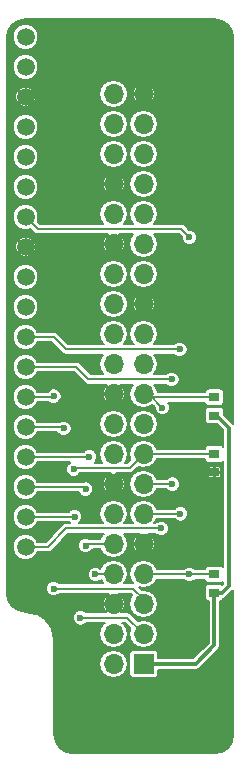
<source format=gbr>
G04 #@! TF.FileFunction,Copper,L1,Top,Signal*
%FSLAX46Y46*%
G04 Gerber Fmt 4.6, Leading zero omitted, Abs format (unit mm)*
G04 Created by KiCad (PCBNEW 4.0.7-e2-6376~58~ubuntu14.04.1) date Mon Oct 30 23:08:22 2017*
%MOMM*%
%LPD*%
G01*
G04 APERTURE LIST*
%ADD10C,0.100000*%
%ADD11C,1.500000*%
%ADD12R,1.700000X1.700000*%
%ADD13O,1.700000X1.700000*%
%ADD14R,0.864000X0.787000*%
%ADD15C,0.600000*%
%ADD16C,0.200000*%
%ADD17C,0.300000*%
G04 APERTURE END LIST*
D10*
D11*
X128000000Y-85990000D03*
X128000000Y-88530000D03*
X128000000Y-91070000D03*
X128000000Y-93610000D03*
X128000000Y-96150000D03*
X128000000Y-98690000D03*
X128000000Y-101230000D03*
X128000000Y-103770000D03*
X128000000Y-106310000D03*
X128000000Y-108850000D03*
X128000000Y-111390000D03*
X128000000Y-113930000D03*
X128000000Y-116470000D03*
X128000000Y-119010000D03*
X128000000Y-121550000D03*
X128000000Y-124090000D03*
X128000000Y-83450000D03*
X128000000Y-80910000D03*
D12*
X138000000Y-134000000D03*
D13*
X135460000Y-134000000D03*
X138000000Y-131460000D03*
X135460000Y-131460000D03*
X138000000Y-128920000D03*
X135460000Y-128920000D03*
X138000000Y-126380000D03*
X135460000Y-126380000D03*
X138000000Y-123840000D03*
X135460000Y-123840000D03*
X138000000Y-121300000D03*
X135460000Y-121300000D03*
X138000000Y-118760000D03*
X135460000Y-118760000D03*
X138000000Y-116220000D03*
X135460000Y-116220000D03*
X138000000Y-113680000D03*
X135460000Y-113680000D03*
X138000000Y-111140000D03*
X135460000Y-111140000D03*
X138000000Y-108600000D03*
X135460000Y-108600000D03*
X138000000Y-106060000D03*
X135460000Y-106060000D03*
X138000000Y-103520000D03*
X135460000Y-103520000D03*
X138000000Y-100980000D03*
X135460000Y-100980000D03*
X138000000Y-98440000D03*
X135460000Y-98440000D03*
X138000000Y-95900000D03*
X135460000Y-95900000D03*
X138000000Y-93360000D03*
X135460000Y-93360000D03*
X138000000Y-90820000D03*
X135460000Y-90820000D03*
X138000000Y-88280000D03*
X135460000Y-88280000D03*
X138000000Y-85740000D03*
X135460000Y-85740000D03*
D14*
X144000000Y-116225500D03*
X144000000Y-117774500D03*
X144000000Y-127974500D03*
X144000000Y-126425500D03*
X144000000Y-112974500D03*
X144000000Y-111425500D03*
D15*
X130375000Y-127625000D03*
X130400000Y-111325000D03*
X132650000Y-130100000D03*
X131250000Y-114050000D03*
X141875000Y-126425000D03*
X141875000Y-97875000D03*
X141100000Y-121300000D03*
X141075000Y-107375000D03*
X140425000Y-118775000D03*
X140400000Y-109900000D03*
X133400000Y-116475000D03*
X133900000Y-126425000D03*
X133100000Y-123975000D03*
X133100000Y-119200000D03*
X132100000Y-117500000D03*
X132150000Y-121525000D03*
X139575000Y-112300000D03*
X139475000Y-122525000D03*
D16*
X128000000Y-111390000D02*
X130335000Y-111390000D01*
X137100000Y-127625000D02*
X138000000Y-128525000D01*
X130375000Y-127625000D02*
X137100000Y-127625000D01*
X130335000Y-111390000D02*
X130400000Y-111325000D01*
X138000000Y-128525000D02*
X138000000Y-128920000D01*
X128000000Y-113930000D02*
X131130000Y-113930000D01*
X136615000Y-130075000D02*
X138000000Y-131460000D01*
X132675000Y-130075000D02*
X136615000Y-130075000D01*
X132650000Y-130100000D02*
X132675000Y-130075000D01*
X131130000Y-113930000D02*
X131250000Y-114050000D01*
X128000000Y-96150000D02*
X129025000Y-97175000D01*
X141175000Y-97175000D02*
X141875000Y-97875000D01*
X129025000Y-97175000D02*
X141175000Y-97175000D01*
X141875000Y-126425000D02*
X141875000Y-126425500D01*
X141875000Y-126425500D02*
X141875000Y-126425000D01*
X141875000Y-126425000D02*
X141875000Y-126425500D01*
X144000000Y-126425500D02*
X141875000Y-126425500D01*
X141875000Y-126425500D02*
X138045500Y-126425500D01*
X138045500Y-126425500D02*
X138000000Y-126380000D01*
X128000000Y-106310000D02*
X130385000Y-106310000D01*
X141100000Y-121300000D02*
X138000000Y-121300000D01*
X131450000Y-107375000D02*
X141075000Y-107375000D01*
X130385000Y-106310000D02*
X131450000Y-107375000D01*
X128000000Y-108850000D02*
X132275000Y-108850000D01*
X140410000Y-118760000D02*
X138000000Y-118760000D01*
X140425000Y-118775000D02*
X140410000Y-118760000D01*
X133325000Y-109900000D02*
X140400000Y-109900000D01*
X132275000Y-108850000D02*
X133325000Y-109900000D01*
X135460000Y-126380000D02*
X133945000Y-126380000D01*
X133395000Y-116470000D02*
X128000000Y-116470000D01*
X133400000Y-116475000D02*
X133395000Y-116470000D01*
X133945000Y-126380000D02*
X133900000Y-126425000D01*
X135460000Y-123840000D02*
X133235000Y-123840000D01*
X133235000Y-123840000D02*
X133100000Y-123975000D01*
X132910000Y-119010000D02*
X128000000Y-119010000D01*
X133100000Y-119200000D02*
X132910000Y-119010000D01*
X128000000Y-121550000D02*
X132125000Y-121550000D01*
X136820000Y-117400000D02*
X138000000Y-116220000D01*
X132200000Y-117400000D02*
X136820000Y-117400000D01*
X132100000Y-117500000D02*
X132200000Y-117400000D01*
X132125000Y-121550000D02*
X132150000Y-121525000D01*
X144000000Y-116225500D02*
X138005500Y-116225500D01*
X138005500Y-116225500D02*
X138000000Y-116220000D01*
X128000000Y-124090000D02*
X129885000Y-124090000D01*
X139575000Y-112300000D02*
X138415000Y-111140000D01*
X131450000Y-122525000D02*
X139475000Y-122525000D01*
X129885000Y-124090000D02*
X131450000Y-122525000D01*
X138415000Y-111140000D02*
X138000000Y-111140000D01*
X144000000Y-111425500D02*
X138285500Y-111425500D01*
X138285500Y-111425500D02*
X138000000Y-111140000D01*
D17*
X144000000Y-112974500D02*
X144174500Y-112974500D01*
X144174500Y-112974500D02*
X145200000Y-114000000D01*
X145200000Y-114000000D02*
X145200000Y-127400000D01*
X145200000Y-127400000D02*
X144625500Y-127974500D01*
X144625500Y-127974500D02*
X144000000Y-127974500D01*
X138000000Y-134000000D02*
X142400000Y-134000000D01*
X144000000Y-132400000D02*
X144000000Y-127974500D01*
X142400000Y-134000000D02*
X144000000Y-132400000D01*
D16*
G36*
X144599541Y-79552583D02*
X145107806Y-79892194D01*
X145447418Y-80400460D01*
X145575000Y-81041860D01*
X145575000Y-113678544D01*
X145553553Y-113646447D01*
X144788856Y-112881750D01*
X144788856Y-112581000D01*
X144764451Y-112451298D01*
X144687797Y-112332175D01*
X144570837Y-112252259D01*
X144432000Y-112224144D01*
X143568000Y-112224144D01*
X143438298Y-112248549D01*
X143319175Y-112325203D01*
X143239259Y-112442163D01*
X143211144Y-112581000D01*
X143211144Y-113368000D01*
X143235549Y-113497702D01*
X143312203Y-113616825D01*
X143429163Y-113696741D01*
X143568000Y-113724856D01*
X144217750Y-113724856D01*
X144700000Y-114207106D01*
X144700000Y-115602139D01*
X144687797Y-115583175D01*
X144570837Y-115503259D01*
X144432000Y-115475144D01*
X143568000Y-115475144D01*
X143438298Y-115499549D01*
X143319175Y-115576203D01*
X143239259Y-115693163D01*
X143222585Y-115775500D01*
X139135092Y-115775500D01*
X139132164Y-115760780D01*
X138872037Y-115371472D01*
X138482729Y-115111345D01*
X138023509Y-115020000D01*
X137976491Y-115020000D01*
X137517271Y-115111345D01*
X137127963Y-115371472D01*
X136867836Y-115760780D01*
X136776491Y-116220000D01*
X136867836Y-116679220D01*
X136882475Y-116701129D01*
X136633604Y-116950000D01*
X136411235Y-116950000D01*
X136592164Y-116679220D01*
X136683509Y-116220000D01*
X136592164Y-115760780D01*
X136332037Y-115371472D01*
X135942729Y-115111345D01*
X135483509Y-115020000D01*
X135436491Y-115020000D01*
X134977271Y-115111345D01*
X134587963Y-115371472D01*
X134327836Y-115760780D01*
X134236491Y-116220000D01*
X134327836Y-116679220D01*
X134508765Y-116950000D01*
X133844212Y-116950000D01*
X133950722Y-116843676D01*
X134049887Y-116604860D01*
X134050112Y-116346274D01*
X133951364Y-116107286D01*
X133768676Y-115924278D01*
X133529860Y-115825113D01*
X133271274Y-115824888D01*
X133032286Y-115923636D01*
X132935753Y-116020000D01*
X129004265Y-116020000D01*
X128933078Y-115847714D01*
X128623913Y-115538009D01*
X128219763Y-115370192D01*
X127782156Y-115369810D01*
X127377714Y-115536922D01*
X127068009Y-115846087D01*
X126900192Y-116250237D01*
X126899810Y-116687844D01*
X127066922Y-117092286D01*
X127376087Y-117401991D01*
X127780237Y-117569808D01*
X128217844Y-117570190D01*
X128622286Y-117403078D01*
X128931991Y-117093913D01*
X129004206Y-116920000D01*
X131801590Y-116920000D01*
X131732286Y-116948636D01*
X131549278Y-117131324D01*
X131450113Y-117370140D01*
X131449888Y-117628726D01*
X131548636Y-117867714D01*
X131731324Y-118050722D01*
X131970140Y-118149887D01*
X132228726Y-118150112D01*
X132467714Y-118051364D01*
X132650722Y-117868676D01*
X132658477Y-117850000D01*
X135226436Y-117850000D01*
X134942481Y-117963332D01*
X134677003Y-118222021D01*
X134530729Y-118562612D01*
X134525932Y-118586747D01*
X134535338Y-118735000D01*
X135435000Y-118735000D01*
X135435000Y-118715000D01*
X135485000Y-118715000D01*
X135485000Y-118735000D01*
X136384662Y-118735000D01*
X136394068Y-118586747D01*
X136389271Y-118562612D01*
X136242997Y-118222021D01*
X135977519Y-117963332D01*
X135693564Y-117850000D01*
X136820000Y-117850000D01*
X136992208Y-117815746D01*
X137138198Y-117718198D01*
X137526004Y-117330392D01*
X137976491Y-117420000D01*
X138023509Y-117420000D01*
X138319572Y-117361109D01*
X143468000Y-117361109D01*
X143468000Y-117724500D01*
X143493000Y-117749500D01*
X143975000Y-117749500D01*
X143975000Y-117306000D01*
X144025000Y-117306000D01*
X144025000Y-117749500D01*
X144507000Y-117749500D01*
X144532000Y-117724500D01*
X144532000Y-117361109D01*
X144516776Y-117324355D01*
X144488646Y-117296224D01*
X144451891Y-117281000D01*
X144050000Y-117281000D01*
X144025000Y-117306000D01*
X143975000Y-117306000D01*
X143950000Y-117281000D01*
X143548109Y-117281000D01*
X143511354Y-117296224D01*
X143483224Y-117324355D01*
X143468000Y-117361109D01*
X138319572Y-117361109D01*
X138482729Y-117328655D01*
X138872037Y-117068528D01*
X139132164Y-116679220D01*
X139132904Y-116675500D01*
X143221775Y-116675500D01*
X143235549Y-116748702D01*
X143312203Y-116867825D01*
X143429163Y-116947741D01*
X143568000Y-116975856D01*
X144432000Y-116975856D01*
X144561702Y-116951451D01*
X144680825Y-116874797D01*
X144700000Y-116846734D01*
X144700000Y-125802139D01*
X144687797Y-125783175D01*
X144570837Y-125703259D01*
X144432000Y-125675144D01*
X143568000Y-125675144D01*
X143438298Y-125699549D01*
X143319175Y-125776203D01*
X143239259Y-125893163D01*
X143222585Y-125975500D01*
X142344721Y-125975500D01*
X142243676Y-125874278D01*
X142004860Y-125775113D01*
X141746274Y-125774888D01*
X141507286Y-125873636D01*
X141405244Y-125975500D01*
X139143049Y-125975500D01*
X139132164Y-125920780D01*
X138872037Y-125531472D01*
X138482729Y-125271345D01*
X138023509Y-125180000D01*
X137976491Y-125180000D01*
X137517271Y-125271345D01*
X137127963Y-125531472D01*
X136867836Y-125920780D01*
X136776491Y-126380000D01*
X136867836Y-126839220D01*
X137092197Y-127175000D01*
X136367803Y-127175000D01*
X136592164Y-126839220D01*
X136683509Y-126380000D01*
X136592164Y-125920780D01*
X136332037Y-125531472D01*
X135942729Y-125271345D01*
X135483509Y-125180000D01*
X135436491Y-125180000D01*
X134977271Y-125271345D01*
X134587963Y-125531472D01*
X134327836Y-125920780D01*
X134326002Y-125930000D01*
X134324301Y-125930000D01*
X134268676Y-125874278D01*
X134029860Y-125775113D01*
X133771274Y-125774888D01*
X133532286Y-125873636D01*
X133349278Y-126056324D01*
X133250113Y-126295140D01*
X133249888Y-126553726D01*
X133348636Y-126792714D01*
X133531324Y-126975722D01*
X133770140Y-127074887D01*
X134028726Y-127075112D01*
X134267714Y-126976364D01*
X134358750Y-126885487D01*
X134552197Y-127175000D01*
X130844222Y-127175000D01*
X130743676Y-127074278D01*
X130504860Y-126975113D01*
X130246274Y-126974888D01*
X130007286Y-127073636D01*
X129824278Y-127256324D01*
X129725113Y-127495140D01*
X129724888Y-127753726D01*
X129823636Y-127992714D01*
X130006324Y-128175722D01*
X130245140Y-128274887D01*
X130503726Y-128275112D01*
X130742714Y-128176364D01*
X130844256Y-128075000D01*
X135063577Y-128075000D01*
X134942481Y-128123332D01*
X134677003Y-128382021D01*
X134530729Y-128722612D01*
X134525932Y-128746747D01*
X134535338Y-128895000D01*
X135435000Y-128895000D01*
X135435000Y-128875000D01*
X135485000Y-128875000D01*
X135485000Y-128895000D01*
X136384662Y-128895000D01*
X136394068Y-128746747D01*
X136389271Y-128722612D01*
X136242997Y-128382021D01*
X135977519Y-128123332D01*
X135856423Y-128075000D01*
X136913604Y-128075000D01*
X137040690Y-128202086D01*
X136867836Y-128460780D01*
X136776491Y-128920000D01*
X136867836Y-129379220D01*
X137127963Y-129768528D01*
X137517271Y-130028655D01*
X137976491Y-130120000D01*
X138023509Y-130120000D01*
X138482729Y-130028655D01*
X138872037Y-129768528D01*
X139132164Y-129379220D01*
X139223509Y-128920000D01*
X139132164Y-128460780D01*
X138872037Y-128071472D01*
X138482729Y-127811345D01*
X138023509Y-127720000D01*
X137976491Y-127720000D01*
X137855469Y-127744073D01*
X137620606Y-127509210D01*
X137976491Y-127580000D01*
X138023509Y-127580000D01*
X138482729Y-127488655D01*
X138872037Y-127228528D01*
X139107923Y-126875500D01*
X141406277Y-126875500D01*
X141506324Y-126975722D01*
X141745140Y-127074887D01*
X142003726Y-127075112D01*
X142242714Y-126976364D01*
X142343755Y-126875500D01*
X143221775Y-126875500D01*
X143235549Y-126948702D01*
X143312203Y-127067825D01*
X143429163Y-127147741D01*
X143568000Y-127175856D01*
X144432000Y-127175856D01*
X144561702Y-127151451D01*
X144680825Y-127074797D01*
X144700000Y-127046734D01*
X144700000Y-127192893D01*
X144612302Y-127280591D01*
X144570837Y-127252259D01*
X144432000Y-127224144D01*
X143568000Y-127224144D01*
X143438298Y-127248549D01*
X143319175Y-127325203D01*
X143239259Y-127442163D01*
X143211144Y-127581000D01*
X143211144Y-128368000D01*
X143235549Y-128497702D01*
X143312203Y-128616825D01*
X143429163Y-128696741D01*
X143500000Y-128711086D01*
X143500000Y-132192893D01*
X142192894Y-133500000D01*
X139206856Y-133500000D01*
X139206856Y-133150000D01*
X139182451Y-133020298D01*
X139105797Y-132901175D01*
X138988837Y-132821259D01*
X138850000Y-132793144D01*
X137150000Y-132793144D01*
X137020298Y-132817549D01*
X136901175Y-132894203D01*
X136821259Y-133011163D01*
X136793144Y-133150000D01*
X136793144Y-134850000D01*
X136817549Y-134979702D01*
X136894203Y-135098825D01*
X137011163Y-135178741D01*
X137150000Y-135206856D01*
X138850000Y-135206856D01*
X138979702Y-135182451D01*
X139098825Y-135105797D01*
X139178741Y-134988837D01*
X139206856Y-134850000D01*
X139206856Y-134500000D01*
X142400000Y-134500000D01*
X142591342Y-134461940D01*
X142753553Y-134353553D01*
X144353554Y-132753553D01*
X144418526Y-132656314D01*
X144461940Y-132591342D01*
X144500000Y-132400000D01*
X144500000Y-128712061D01*
X144561702Y-128700451D01*
X144680825Y-128623797D01*
X144760741Y-128506837D01*
X144773240Y-128445113D01*
X144816842Y-128436440D01*
X144979053Y-128328053D01*
X145553554Y-127753553D01*
X145575000Y-127721457D01*
X145575000Y-139958140D01*
X145447418Y-140599540D01*
X145107806Y-141107806D01*
X144599541Y-141447417D01*
X143958140Y-141575000D01*
X132041860Y-141575000D01*
X131400460Y-141447418D01*
X130892194Y-141107806D01*
X130552583Y-140599541D01*
X130425000Y-139958140D01*
X130425000Y-134000000D01*
X134236491Y-134000000D01*
X134327836Y-134459220D01*
X134587963Y-134848528D01*
X134977271Y-135108655D01*
X135436491Y-135200000D01*
X135483509Y-135200000D01*
X135942729Y-135108655D01*
X136332037Y-134848528D01*
X136592164Y-134459220D01*
X136683509Y-134000000D01*
X136592164Y-133540780D01*
X136332037Y-133151472D01*
X135942729Y-132891345D01*
X135483509Y-132800000D01*
X135436491Y-132800000D01*
X134977271Y-132891345D01*
X134587963Y-133151472D01*
X134327836Y-133540780D01*
X134236491Y-134000000D01*
X130425000Y-134000000D01*
X130425000Y-132000000D01*
X130416834Y-131958947D01*
X130416834Y-131917086D01*
X130264593Y-131151720D01*
X130201134Y-130998516D01*
X129767589Y-130349669D01*
X129650331Y-130232411D01*
X129644816Y-130228726D01*
X131999888Y-130228726D01*
X132098636Y-130467714D01*
X132281324Y-130650722D01*
X132520140Y-130749887D01*
X132778726Y-130750112D01*
X133017714Y-130651364D01*
X133144299Y-130525000D01*
X134717378Y-130525000D01*
X134587963Y-130611472D01*
X134327836Y-131000780D01*
X134236491Y-131460000D01*
X134327836Y-131919220D01*
X134587963Y-132308528D01*
X134977271Y-132568655D01*
X135436491Y-132660000D01*
X135483509Y-132660000D01*
X135942729Y-132568655D01*
X136332037Y-132308528D01*
X136592164Y-131919220D01*
X136683509Y-131460000D01*
X136592164Y-131000780D01*
X136332037Y-130611472D01*
X136202622Y-130525000D01*
X136428604Y-130525000D01*
X136882475Y-130978871D01*
X136867836Y-131000780D01*
X136776491Y-131460000D01*
X136867836Y-131919220D01*
X137127963Y-132308528D01*
X137517271Y-132568655D01*
X137976491Y-132660000D01*
X138023509Y-132660000D01*
X138482729Y-132568655D01*
X138872037Y-132308528D01*
X139132164Y-131919220D01*
X139223509Y-131460000D01*
X139132164Y-131000780D01*
X138872037Y-130611472D01*
X138482729Y-130351345D01*
X138023509Y-130260000D01*
X137976491Y-130260000D01*
X137526004Y-130349608D01*
X136933198Y-129756802D01*
X136896507Y-129732286D01*
X136787208Y-129659254D01*
X136615000Y-129625000D01*
X136071593Y-129625000D01*
X136242997Y-129457979D01*
X136389271Y-129117388D01*
X136394068Y-129093253D01*
X136384662Y-128945000D01*
X135485000Y-128945000D01*
X135485000Y-128965000D01*
X135435000Y-128965000D01*
X135435000Y-128945000D01*
X134535338Y-128945000D01*
X134525932Y-129093253D01*
X134530729Y-129117388D01*
X134677003Y-129457979D01*
X134848407Y-129625000D01*
X133094266Y-129625000D01*
X133018676Y-129549278D01*
X132779860Y-129450113D01*
X132521274Y-129449888D01*
X132282286Y-129548636D01*
X132099278Y-129731324D01*
X132000113Y-129970140D01*
X131999888Y-130228726D01*
X129644816Y-130228726D01*
X129001484Y-129798866D01*
X128848281Y-129735407D01*
X128848280Y-129735407D01*
X128082913Y-129583166D01*
X127400460Y-129447418D01*
X126892194Y-129107806D01*
X126552583Y-128599541D01*
X126425000Y-127958140D01*
X126425000Y-121767844D01*
X126899810Y-121767844D01*
X127066922Y-122172286D01*
X127376087Y-122481991D01*
X127780237Y-122649808D01*
X128217844Y-122650190D01*
X128622286Y-122483078D01*
X128931991Y-122173913D01*
X129004206Y-122000000D01*
X131705734Y-122000000D01*
X131780603Y-122075000D01*
X131450000Y-122075000D01*
X131277792Y-122109254D01*
X131131802Y-122206802D01*
X129698604Y-123640000D01*
X129004265Y-123640000D01*
X128933078Y-123467714D01*
X128623913Y-123158009D01*
X128219763Y-122990192D01*
X127782156Y-122989810D01*
X127377714Y-123156922D01*
X127068009Y-123466087D01*
X126900192Y-123870237D01*
X126899810Y-124307844D01*
X127066922Y-124712286D01*
X127376087Y-125021991D01*
X127780237Y-125189808D01*
X128217844Y-125190190D01*
X128622286Y-125023078D01*
X128931991Y-124713913D01*
X129004206Y-124540000D01*
X129885000Y-124540000D01*
X130057208Y-124505746D01*
X130203198Y-124408198D01*
X131636396Y-122975000D01*
X134612615Y-122975000D01*
X134587963Y-122991472D01*
X134327836Y-123380780D01*
X134326002Y-123390000D01*
X133386125Y-123390000D01*
X133229860Y-123325113D01*
X132971274Y-123324888D01*
X132732286Y-123423636D01*
X132549278Y-123606324D01*
X132450113Y-123845140D01*
X132449888Y-124103726D01*
X132548636Y-124342714D01*
X132731324Y-124525722D01*
X132970140Y-124624887D01*
X133228726Y-124625112D01*
X133467714Y-124526364D01*
X133650722Y-124343676D01*
X133673010Y-124290000D01*
X134326002Y-124290000D01*
X134327836Y-124299220D01*
X134587963Y-124688528D01*
X134977271Y-124948655D01*
X135436491Y-125040000D01*
X135483509Y-125040000D01*
X135942729Y-124948655D01*
X136332037Y-124688528D01*
X136592164Y-124299220D01*
X136649046Y-124013253D01*
X137065932Y-124013253D01*
X137070729Y-124037388D01*
X137217003Y-124377979D01*
X137482481Y-124636668D01*
X137826746Y-124774071D01*
X137975000Y-124764674D01*
X137975000Y-123865000D01*
X138025000Y-123865000D01*
X138025000Y-124764674D01*
X138173254Y-124774071D01*
X138517519Y-124636668D01*
X138782997Y-124377979D01*
X138929271Y-124037388D01*
X138934068Y-124013253D01*
X138924662Y-123865000D01*
X138025000Y-123865000D01*
X137975000Y-123865000D01*
X137075338Y-123865000D01*
X137065932Y-124013253D01*
X136649046Y-124013253D01*
X136683509Y-123840000D01*
X136592164Y-123380780D01*
X136332037Y-122991472D01*
X136307385Y-122975000D01*
X137653688Y-122975000D01*
X137482481Y-123043332D01*
X137217003Y-123302021D01*
X137070729Y-123642612D01*
X137065932Y-123666747D01*
X137075338Y-123815000D01*
X137975000Y-123815000D01*
X137975000Y-123795000D01*
X138025000Y-123795000D01*
X138025000Y-123815000D01*
X138924662Y-123815000D01*
X138934068Y-123666747D01*
X138929271Y-123642612D01*
X138782997Y-123302021D01*
X138517519Y-123043332D01*
X138346312Y-122975000D01*
X139005778Y-122975000D01*
X139106324Y-123075722D01*
X139345140Y-123174887D01*
X139603726Y-123175112D01*
X139842714Y-123076364D01*
X140025722Y-122893676D01*
X140124887Y-122654860D01*
X140125112Y-122396274D01*
X140026364Y-122157286D01*
X139843676Y-121974278D01*
X139604860Y-121875113D01*
X139346274Y-121874888D01*
X139107286Y-121973636D01*
X139005744Y-122075000D01*
X138921167Y-122075000D01*
X139132164Y-121759220D01*
X139133998Y-121750000D01*
X140630778Y-121750000D01*
X140731324Y-121850722D01*
X140970140Y-121949887D01*
X141228726Y-121950112D01*
X141467714Y-121851364D01*
X141650722Y-121668676D01*
X141749887Y-121429860D01*
X141750112Y-121171274D01*
X141651364Y-120932286D01*
X141468676Y-120749278D01*
X141229860Y-120650113D01*
X140971274Y-120649888D01*
X140732286Y-120748636D01*
X140630744Y-120850000D01*
X139133998Y-120850000D01*
X139132164Y-120840780D01*
X138872037Y-120451472D01*
X138482729Y-120191345D01*
X138023509Y-120100000D01*
X137976491Y-120100000D01*
X137517271Y-120191345D01*
X137127963Y-120451472D01*
X136867836Y-120840780D01*
X136776491Y-121300000D01*
X136867836Y-121759220D01*
X137078833Y-122075000D01*
X136381167Y-122075000D01*
X136592164Y-121759220D01*
X136683509Y-121300000D01*
X136592164Y-120840780D01*
X136332037Y-120451472D01*
X135942729Y-120191345D01*
X135483509Y-120100000D01*
X135436491Y-120100000D01*
X134977271Y-120191345D01*
X134587963Y-120451472D01*
X134327836Y-120840780D01*
X134236491Y-121300000D01*
X134327836Y-121759220D01*
X134538833Y-122075000D01*
X132519080Y-122075000D01*
X132700722Y-121893676D01*
X132799887Y-121654860D01*
X132800112Y-121396274D01*
X132701364Y-121157286D01*
X132518676Y-120974278D01*
X132279860Y-120875113D01*
X132021274Y-120874888D01*
X131782286Y-120973636D01*
X131655701Y-121100000D01*
X129004265Y-121100000D01*
X128933078Y-120927714D01*
X128623913Y-120618009D01*
X128219763Y-120450192D01*
X127782156Y-120449810D01*
X127377714Y-120616922D01*
X127068009Y-120926087D01*
X126900192Y-121330237D01*
X126899810Y-121767844D01*
X126425000Y-121767844D01*
X126425000Y-119227844D01*
X126899810Y-119227844D01*
X127066922Y-119632286D01*
X127376087Y-119941991D01*
X127780237Y-120109808D01*
X128217844Y-120110190D01*
X128622286Y-119943078D01*
X128931991Y-119633913D01*
X129004206Y-119460000D01*
X132504129Y-119460000D01*
X132548636Y-119567714D01*
X132731324Y-119750722D01*
X132970140Y-119849887D01*
X133228726Y-119850112D01*
X133467714Y-119751364D01*
X133650722Y-119568676D01*
X133749887Y-119329860D01*
X133750112Y-119071274D01*
X133693083Y-118933253D01*
X134525932Y-118933253D01*
X134530729Y-118957388D01*
X134677003Y-119297979D01*
X134942481Y-119556668D01*
X135286746Y-119694071D01*
X135435000Y-119684674D01*
X135435000Y-118785000D01*
X135485000Y-118785000D01*
X135485000Y-119684674D01*
X135633254Y-119694071D01*
X135977519Y-119556668D01*
X136242997Y-119297979D01*
X136389271Y-118957388D01*
X136394068Y-118933253D01*
X136384662Y-118785000D01*
X135485000Y-118785000D01*
X135435000Y-118785000D01*
X134535338Y-118785000D01*
X134525932Y-118933253D01*
X133693083Y-118933253D01*
X133651364Y-118832286D01*
X133579205Y-118760000D01*
X136776491Y-118760000D01*
X136867836Y-119219220D01*
X137127963Y-119608528D01*
X137517271Y-119868655D01*
X137976491Y-119960000D01*
X138023509Y-119960000D01*
X138482729Y-119868655D01*
X138872037Y-119608528D01*
X139132164Y-119219220D01*
X139133998Y-119210000D01*
X139940804Y-119210000D01*
X140056324Y-119325722D01*
X140295140Y-119424887D01*
X140553726Y-119425112D01*
X140792714Y-119326364D01*
X140975722Y-119143676D01*
X141074887Y-118904860D01*
X141075112Y-118646274D01*
X140976364Y-118407286D01*
X140793676Y-118224278D01*
X140554860Y-118125113D01*
X140296274Y-118124888D01*
X140057286Y-118223636D01*
X139970771Y-118310000D01*
X139133998Y-118310000D01*
X139132164Y-118300780D01*
X138872037Y-117911472D01*
X138741875Y-117824500D01*
X143468000Y-117824500D01*
X143468000Y-118187891D01*
X143483224Y-118224645D01*
X143511354Y-118252776D01*
X143548109Y-118268000D01*
X143950000Y-118268000D01*
X143975000Y-118243000D01*
X143975000Y-117799500D01*
X144025000Y-117799500D01*
X144025000Y-118243000D01*
X144050000Y-118268000D01*
X144451891Y-118268000D01*
X144488646Y-118252776D01*
X144516776Y-118224645D01*
X144532000Y-118187891D01*
X144532000Y-117824500D01*
X144507000Y-117799500D01*
X144025000Y-117799500D01*
X143975000Y-117799500D01*
X143493000Y-117799500D01*
X143468000Y-117824500D01*
X138741875Y-117824500D01*
X138482729Y-117651345D01*
X138023509Y-117560000D01*
X137976491Y-117560000D01*
X137517271Y-117651345D01*
X137127963Y-117911472D01*
X136867836Y-118300780D01*
X136776491Y-118760000D01*
X133579205Y-118760000D01*
X133468676Y-118649278D01*
X133229860Y-118550113D01*
X132971274Y-118549888D01*
X132934842Y-118564941D01*
X132910000Y-118560000D01*
X129004265Y-118560000D01*
X128933078Y-118387714D01*
X128623913Y-118078009D01*
X128219763Y-117910192D01*
X127782156Y-117909810D01*
X127377714Y-118076922D01*
X127068009Y-118386087D01*
X126900192Y-118790237D01*
X126899810Y-119227844D01*
X126425000Y-119227844D01*
X126425000Y-114147844D01*
X126899810Y-114147844D01*
X127066922Y-114552286D01*
X127376087Y-114861991D01*
X127780237Y-115029808D01*
X128217844Y-115030190D01*
X128622286Y-114863078D01*
X128931991Y-114553913D01*
X129004206Y-114380000D01*
X130683053Y-114380000D01*
X130698636Y-114417714D01*
X130881324Y-114600722D01*
X131120140Y-114699887D01*
X131378726Y-114700112D01*
X131617714Y-114601364D01*
X131800722Y-114418676D01*
X131899887Y-114179860D01*
X131900112Y-113921274D01*
X131801364Y-113682286D01*
X131799082Y-113680000D01*
X134236491Y-113680000D01*
X134327836Y-114139220D01*
X134587963Y-114528528D01*
X134977271Y-114788655D01*
X135436491Y-114880000D01*
X135483509Y-114880000D01*
X135942729Y-114788655D01*
X136332037Y-114528528D01*
X136592164Y-114139220D01*
X136683509Y-113680000D01*
X136776491Y-113680000D01*
X136867836Y-114139220D01*
X137127963Y-114528528D01*
X137517271Y-114788655D01*
X137976491Y-114880000D01*
X138023509Y-114880000D01*
X138482729Y-114788655D01*
X138872037Y-114528528D01*
X139132164Y-114139220D01*
X139223509Y-113680000D01*
X139132164Y-113220780D01*
X138872037Y-112831472D01*
X138482729Y-112571345D01*
X138023509Y-112480000D01*
X137976491Y-112480000D01*
X137517271Y-112571345D01*
X137127963Y-112831472D01*
X136867836Y-113220780D01*
X136776491Y-113680000D01*
X136683509Y-113680000D01*
X136592164Y-113220780D01*
X136332037Y-112831472D01*
X135942729Y-112571345D01*
X135483509Y-112480000D01*
X135436491Y-112480000D01*
X134977271Y-112571345D01*
X134587963Y-112831472D01*
X134327836Y-113220780D01*
X134236491Y-113680000D01*
X131799082Y-113680000D01*
X131618676Y-113499278D01*
X131379860Y-113400113D01*
X131121274Y-113399888D01*
X130927388Y-113480000D01*
X129004265Y-113480000D01*
X128933078Y-113307714D01*
X128623913Y-112998009D01*
X128219763Y-112830192D01*
X127782156Y-112829810D01*
X127377714Y-112996922D01*
X127068009Y-113306087D01*
X126900192Y-113710237D01*
X126899810Y-114147844D01*
X126425000Y-114147844D01*
X126425000Y-111607844D01*
X126899810Y-111607844D01*
X127066922Y-112012286D01*
X127376087Y-112321991D01*
X127780237Y-112489808D01*
X128217844Y-112490190D01*
X128622286Y-112323078D01*
X128931991Y-112013913D01*
X129004206Y-111840000D01*
X129995664Y-111840000D01*
X130031324Y-111875722D01*
X130270140Y-111974887D01*
X130528726Y-111975112D01*
X130767714Y-111876364D01*
X130950722Y-111693676D01*
X131049887Y-111454860D01*
X131050010Y-111313253D01*
X134525932Y-111313253D01*
X134530729Y-111337388D01*
X134677003Y-111677979D01*
X134942481Y-111936668D01*
X135286746Y-112074071D01*
X135435000Y-112064674D01*
X135435000Y-111165000D01*
X135485000Y-111165000D01*
X135485000Y-112064674D01*
X135633254Y-112074071D01*
X135977519Y-111936668D01*
X136242997Y-111677979D01*
X136389271Y-111337388D01*
X136394068Y-111313253D01*
X136384662Y-111165000D01*
X135485000Y-111165000D01*
X135435000Y-111165000D01*
X134535338Y-111165000D01*
X134525932Y-111313253D01*
X131050010Y-111313253D01*
X131050112Y-111196274D01*
X130951364Y-110957286D01*
X130768676Y-110774278D01*
X130529860Y-110675113D01*
X130271274Y-110674888D01*
X130032286Y-110773636D01*
X129865631Y-110940000D01*
X129004265Y-110940000D01*
X128933078Y-110767714D01*
X128623913Y-110458009D01*
X128219763Y-110290192D01*
X127782156Y-110289810D01*
X127377714Y-110456922D01*
X127068009Y-110766087D01*
X126900192Y-111170237D01*
X126899810Y-111607844D01*
X126425000Y-111607844D01*
X126425000Y-106527844D01*
X126899810Y-106527844D01*
X127066922Y-106932286D01*
X127376087Y-107241991D01*
X127780237Y-107409808D01*
X128217844Y-107410190D01*
X128622286Y-107243078D01*
X128931991Y-106933913D01*
X129004206Y-106760000D01*
X130198604Y-106760000D01*
X131131802Y-107693198D01*
X131277792Y-107790746D01*
X131450000Y-107825000D01*
X134538833Y-107825000D01*
X134327836Y-108140780D01*
X134236491Y-108600000D01*
X134327836Y-109059220D01*
X134587963Y-109448528D01*
X134590166Y-109450000D01*
X133511396Y-109450000D01*
X132593198Y-108531802D01*
X132447208Y-108434254D01*
X132275000Y-108400000D01*
X129004265Y-108400000D01*
X128933078Y-108227714D01*
X128623913Y-107918009D01*
X128219763Y-107750192D01*
X127782156Y-107749810D01*
X127377714Y-107916922D01*
X127068009Y-108226087D01*
X126900192Y-108630237D01*
X126899810Y-109067844D01*
X127066922Y-109472286D01*
X127376087Y-109781991D01*
X127780237Y-109949808D01*
X128217844Y-109950190D01*
X128622286Y-109783078D01*
X128931991Y-109473913D01*
X129004206Y-109300000D01*
X132088604Y-109300000D01*
X133006802Y-110218198D01*
X133152792Y-110315746D01*
X133325000Y-110350000D01*
X134935638Y-110350000D01*
X134677003Y-110602021D01*
X134530729Y-110942612D01*
X134525932Y-110966747D01*
X134535338Y-111115000D01*
X135435000Y-111115000D01*
X135435000Y-111095000D01*
X135485000Y-111095000D01*
X135485000Y-111115000D01*
X136384662Y-111115000D01*
X136394068Y-110966747D01*
X136389271Y-110942612D01*
X136242997Y-110602021D01*
X135984362Y-110350000D01*
X137088856Y-110350000D01*
X136867836Y-110680780D01*
X136776491Y-111140000D01*
X136867836Y-111599220D01*
X137127963Y-111988528D01*
X137517271Y-112248655D01*
X137976491Y-112340000D01*
X138023509Y-112340000D01*
X138482729Y-112248655D01*
X138725227Y-112086623D01*
X138925012Y-112286408D01*
X138924888Y-112428726D01*
X139023636Y-112667714D01*
X139206324Y-112850722D01*
X139445140Y-112949887D01*
X139703726Y-112950112D01*
X139942714Y-112851364D01*
X140125722Y-112668676D01*
X140224887Y-112429860D01*
X140225112Y-112171274D01*
X140126364Y-111932286D01*
X140069677Y-111875500D01*
X143221775Y-111875500D01*
X143235549Y-111948702D01*
X143312203Y-112067825D01*
X143429163Y-112147741D01*
X143568000Y-112175856D01*
X144432000Y-112175856D01*
X144561702Y-112151451D01*
X144680825Y-112074797D01*
X144760741Y-111957837D01*
X144788856Y-111819000D01*
X144788856Y-111032000D01*
X144764451Y-110902298D01*
X144687797Y-110783175D01*
X144570837Y-110703259D01*
X144432000Y-110675144D01*
X143568000Y-110675144D01*
X143438298Y-110699549D01*
X143319175Y-110776203D01*
X143239259Y-110893163D01*
X143222585Y-110975500D01*
X139190788Y-110975500D01*
X139132164Y-110680780D01*
X138911144Y-110350000D01*
X139930778Y-110350000D01*
X140031324Y-110450722D01*
X140270140Y-110549887D01*
X140528726Y-110550112D01*
X140767714Y-110451364D01*
X140950722Y-110268676D01*
X141049887Y-110029860D01*
X141050112Y-109771274D01*
X140951364Y-109532286D01*
X140768676Y-109349278D01*
X140529860Y-109250113D01*
X140271274Y-109249888D01*
X140032286Y-109348636D01*
X139930744Y-109450000D01*
X138869834Y-109450000D01*
X138872037Y-109448528D01*
X139132164Y-109059220D01*
X139223509Y-108600000D01*
X139132164Y-108140780D01*
X138921167Y-107825000D01*
X140605778Y-107825000D01*
X140706324Y-107925722D01*
X140945140Y-108024887D01*
X141203726Y-108025112D01*
X141442714Y-107926364D01*
X141625722Y-107743676D01*
X141724887Y-107504860D01*
X141725112Y-107246274D01*
X141626364Y-107007286D01*
X141443676Y-106824278D01*
X141204860Y-106725113D01*
X140946274Y-106724888D01*
X140707286Y-106823636D01*
X140605744Y-106925000D01*
X138847385Y-106925000D01*
X138872037Y-106908528D01*
X139132164Y-106519220D01*
X139223509Y-106060000D01*
X139132164Y-105600780D01*
X138872037Y-105211472D01*
X138482729Y-104951345D01*
X138023509Y-104860000D01*
X137976491Y-104860000D01*
X137517271Y-104951345D01*
X137127963Y-105211472D01*
X136867836Y-105600780D01*
X136776491Y-106060000D01*
X136867836Y-106519220D01*
X137127963Y-106908528D01*
X137152615Y-106925000D01*
X136307385Y-106925000D01*
X136332037Y-106908528D01*
X136592164Y-106519220D01*
X136683509Y-106060000D01*
X136592164Y-105600780D01*
X136332037Y-105211472D01*
X135942729Y-104951345D01*
X135483509Y-104860000D01*
X135436491Y-104860000D01*
X134977271Y-104951345D01*
X134587963Y-105211472D01*
X134327836Y-105600780D01*
X134236491Y-106060000D01*
X134327836Y-106519220D01*
X134587963Y-106908528D01*
X134612615Y-106925000D01*
X131636396Y-106925000D01*
X130703198Y-105991802D01*
X130557208Y-105894254D01*
X130385000Y-105860000D01*
X129004265Y-105860000D01*
X128933078Y-105687714D01*
X128623913Y-105378009D01*
X128219763Y-105210192D01*
X127782156Y-105209810D01*
X127377714Y-105376922D01*
X127068009Y-105686087D01*
X126900192Y-106090237D01*
X126899810Y-106527844D01*
X126425000Y-106527844D01*
X126425000Y-103987844D01*
X126899810Y-103987844D01*
X127066922Y-104392286D01*
X127376087Y-104701991D01*
X127780237Y-104869808D01*
X128217844Y-104870190D01*
X128622286Y-104703078D01*
X128931991Y-104393913D01*
X129099808Y-103989763D01*
X129100190Y-103552156D01*
X129086904Y-103520000D01*
X134236491Y-103520000D01*
X134327836Y-103979220D01*
X134587963Y-104368528D01*
X134977271Y-104628655D01*
X135436491Y-104720000D01*
X135483509Y-104720000D01*
X135942729Y-104628655D01*
X136332037Y-104368528D01*
X136592164Y-103979220D01*
X136649046Y-103693253D01*
X137065932Y-103693253D01*
X137070729Y-103717388D01*
X137217003Y-104057979D01*
X137482481Y-104316668D01*
X137826746Y-104454071D01*
X137975000Y-104444674D01*
X137975000Y-103545000D01*
X138025000Y-103545000D01*
X138025000Y-104444674D01*
X138173254Y-104454071D01*
X138517519Y-104316668D01*
X138782997Y-104057979D01*
X138929271Y-103717388D01*
X138934068Y-103693253D01*
X138924662Y-103545000D01*
X138025000Y-103545000D01*
X137975000Y-103545000D01*
X137075338Y-103545000D01*
X137065932Y-103693253D01*
X136649046Y-103693253D01*
X136683509Y-103520000D01*
X136649047Y-103346747D01*
X137065932Y-103346747D01*
X137075338Y-103495000D01*
X137975000Y-103495000D01*
X137975000Y-102595326D01*
X138025000Y-102595326D01*
X138025000Y-103495000D01*
X138924662Y-103495000D01*
X138934068Y-103346747D01*
X138929271Y-103322612D01*
X138782997Y-102982021D01*
X138517519Y-102723332D01*
X138173254Y-102585929D01*
X138025000Y-102595326D01*
X137975000Y-102595326D01*
X137826746Y-102585929D01*
X137482481Y-102723332D01*
X137217003Y-102982021D01*
X137070729Y-103322612D01*
X137065932Y-103346747D01*
X136649047Y-103346747D01*
X136592164Y-103060780D01*
X136332037Y-102671472D01*
X135942729Y-102411345D01*
X135483509Y-102320000D01*
X135436491Y-102320000D01*
X134977271Y-102411345D01*
X134587963Y-102671472D01*
X134327836Y-103060780D01*
X134236491Y-103520000D01*
X129086904Y-103520000D01*
X128933078Y-103147714D01*
X128623913Y-102838009D01*
X128219763Y-102670192D01*
X127782156Y-102669810D01*
X127377714Y-102836922D01*
X127068009Y-103146087D01*
X126900192Y-103550237D01*
X126899810Y-103987844D01*
X126425000Y-103987844D01*
X126425000Y-101447844D01*
X126899810Y-101447844D01*
X127066922Y-101852286D01*
X127376087Y-102161991D01*
X127780237Y-102329808D01*
X128217844Y-102330190D01*
X128622286Y-102163078D01*
X128931991Y-101853913D01*
X129099808Y-101449763D01*
X129100190Y-101012156D01*
X129086904Y-100980000D01*
X134236491Y-100980000D01*
X134327836Y-101439220D01*
X134587963Y-101828528D01*
X134977271Y-102088655D01*
X135436491Y-102180000D01*
X135483509Y-102180000D01*
X135942729Y-102088655D01*
X136332037Y-101828528D01*
X136592164Y-101439220D01*
X136683509Y-100980000D01*
X136776491Y-100980000D01*
X136867836Y-101439220D01*
X137127963Y-101828528D01*
X137517271Y-102088655D01*
X137976491Y-102180000D01*
X138023509Y-102180000D01*
X138482729Y-102088655D01*
X138872037Y-101828528D01*
X139132164Y-101439220D01*
X139223509Y-100980000D01*
X139132164Y-100520780D01*
X138872037Y-100131472D01*
X138482729Y-99871345D01*
X138023509Y-99780000D01*
X137976491Y-99780000D01*
X137517271Y-99871345D01*
X137127963Y-100131472D01*
X136867836Y-100520780D01*
X136776491Y-100980000D01*
X136683509Y-100980000D01*
X136592164Y-100520780D01*
X136332037Y-100131472D01*
X135942729Y-99871345D01*
X135483509Y-99780000D01*
X135436491Y-99780000D01*
X134977271Y-99871345D01*
X134587963Y-100131472D01*
X134327836Y-100520780D01*
X134236491Y-100980000D01*
X129086904Y-100980000D01*
X128933078Y-100607714D01*
X128623913Y-100298009D01*
X128219763Y-100130192D01*
X127782156Y-100129810D01*
X127377714Y-100296922D01*
X127068009Y-100606087D01*
X126900192Y-101010237D01*
X126899810Y-101447844D01*
X126425000Y-101447844D01*
X126425000Y-99302553D01*
X127422802Y-99302553D01*
X127511032Y-99405539D01*
X127822078Y-99538192D01*
X128160210Y-99541715D01*
X128473952Y-99415573D01*
X128488968Y-99405539D01*
X128577198Y-99302553D01*
X128000000Y-98725355D01*
X127422802Y-99302553D01*
X126425000Y-99302553D01*
X126425000Y-98850210D01*
X127148285Y-98850210D01*
X127274427Y-99163952D01*
X127284461Y-99178968D01*
X127387447Y-99267198D01*
X127964645Y-98690000D01*
X128035355Y-98690000D01*
X128612553Y-99267198D01*
X128715539Y-99178968D01*
X128848192Y-98867922D01*
X128850845Y-98613253D01*
X134525932Y-98613253D01*
X134530729Y-98637388D01*
X134677003Y-98977979D01*
X134942481Y-99236668D01*
X135286746Y-99374071D01*
X135435000Y-99364674D01*
X135435000Y-98465000D01*
X135485000Y-98465000D01*
X135485000Y-99364674D01*
X135633254Y-99374071D01*
X135977519Y-99236668D01*
X136242997Y-98977979D01*
X136389271Y-98637388D01*
X136394068Y-98613253D01*
X136384662Y-98465000D01*
X135485000Y-98465000D01*
X135435000Y-98465000D01*
X134535338Y-98465000D01*
X134525932Y-98613253D01*
X128850845Y-98613253D01*
X128851715Y-98529790D01*
X128725573Y-98216048D01*
X128715539Y-98201032D01*
X128612553Y-98112802D01*
X128035355Y-98690000D01*
X127964645Y-98690000D01*
X127387447Y-98112802D01*
X127284461Y-98201032D01*
X127151808Y-98512078D01*
X127148285Y-98850210D01*
X126425000Y-98850210D01*
X126425000Y-98077447D01*
X127422802Y-98077447D01*
X128000000Y-98654645D01*
X128577198Y-98077447D01*
X128488968Y-97974461D01*
X128177922Y-97841808D01*
X127839790Y-97838285D01*
X127526048Y-97964427D01*
X127511032Y-97974461D01*
X127422802Y-98077447D01*
X126425000Y-98077447D01*
X126425000Y-96367844D01*
X126899810Y-96367844D01*
X127066922Y-96772286D01*
X127376087Y-97081991D01*
X127780237Y-97249808D01*
X128217844Y-97250190D01*
X128391883Y-97178279D01*
X128706802Y-97493198D01*
X128852792Y-97590746D01*
X129025000Y-97625000D01*
X134988412Y-97625000D01*
X134942481Y-97643332D01*
X134677003Y-97902021D01*
X134530729Y-98242612D01*
X134525932Y-98266747D01*
X134535338Y-98415000D01*
X135435000Y-98415000D01*
X135435000Y-98395000D01*
X135485000Y-98395000D01*
X135485000Y-98415000D01*
X136384662Y-98415000D01*
X136394068Y-98266747D01*
X136389271Y-98242612D01*
X136242997Y-97902021D01*
X135977519Y-97643332D01*
X135931588Y-97625000D01*
X137105560Y-97625000D01*
X136867836Y-97980780D01*
X136776491Y-98440000D01*
X136867836Y-98899220D01*
X137127963Y-99288528D01*
X137517271Y-99548655D01*
X137976491Y-99640000D01*
X138023509Y-99640000D01*
X138482729Y-99548655D01*
X138872037Y-99288528D01*
X139132164Y-98899220D01*
X139223509Y-98440000D01*
X139132164Y-97980780D01*
X138894440Y-97625000D01*
X140988604Y-97625000D01*
X141225012Y-97861408D01*
X141224888Y-98003726D01*
X141323636Y-98242714D01*
X141506324Y-98425722D01*
X141745140Y-98524887D01*
X142003726Y-98525112D01*
X142242714Y-98426364D01*
X142425722Y-98243676D01*
X142524887Y-98004860D01*
X142525112Y-97746274D01*
X142426364Y-97507286D01*
X142243676Y-97324278D01*
X142004860Y-97225113D01*
X141861384Y-97224988D01*
X141493198Y-96856802D01*
X141347208Y-96759254D01*
X141175000Y-96725000D01*
X138887758Y-96725000D01*
X139132164Y-96359220D01*
X139223509Y-95900000D01*
X139132164Y-95440780D01*
X138872037Y-95051472D01*
X138482729Y-94791345D01*
X138023509Y-94700000D01*
X137976491Y-94700000D01*
X137517271Y-94791345D01*
X137127963Y-95051472D01*
X136867836Y-95440780D01*
X136776491Y-95900000D01*
X136867836Y-96359220D01*
X137112242Y-96725000D01*
X136347758Y-96725000D01*
X136592164Y-96359220D01*
X136683509Y-95900000D01*
X136592164Y-95440780D01*
X136332037Y-95051472D01*
X135942729Y-94791345D01*
X135483509Y-94700000D01*
X135436491Y-94700000D01*
X134977271Y-94791345D01*
X134587963Y-95051472D01*
X134327836Y-95440780D01*
X134236491Y-95900000D01*
X134327836Y-96359220D01*
X134572242Y-96725000D01*
X129211396Y-96725000D01*
X129028321Y-96541925D01*
X129099808Y-96369763D01*
X129100190Y-95932156D01*
X128933078Y-95527714D01*
X128623913Y-95218009D01*
X128219763Y-95050192D01*
X127782156Y-95049810D01*
X127377714Y-95216922D01*
X127068009Y-95526087D01*
X126900192Y-95930237D01*
X126899810Y-96367844D01*
X126425000Y-96367844D01*
X126425000Y-93827844D01*
X126899810Y-93827844D01*
X127066922Y-94232286D01*
X127376087Y-94541991D01*
X127780237Y-94709808D01*
X128217844Y-94710190D01*
X128622286Y-94543078D01*
X128931991Y-94233913D01*
X129099808Y-93829763D01*
X129100066Y-93533253D01*
X134525932Y-93533253D01*
X134530729Y-93557388D01*
X134677003Y-93897979D01*
X134942481Y-94156668D01*
X135286746Y-94294071D01*
X135435000Y-94284674D01*
X135435000Y-93385000D01*
X135485000Y-93385000D01*
X135485000Y-94284674D01*
X135633254Y-94294071D01*
X135977519Y-94156668D01*
X136242997Y-93897979D01*
X136389271Y-93557388D01*
X136394068Y-93533253D01*
X136384662Y-93385000D01*
X135485000Y-93385000D01*
X135435000Y-93385000D01*
X134535338Y-93385000D01*
X134525932Y-93533253D01*
X129100066Y-93533253D01*
X129100190Y-93392156D01*
X129086904Y-93360000D01*
X136776491Y-93360000D01*
X136867836Y-93819220D01*
X137127963Y-94208528D01*
X137517271Y-94468655D01*
X137976491Y-94560000D01*
X138023509Y-94560000D01*
X138482729Y-94468655D01*
X138872037Y-94208528D01*
X139132164Y-93819220D01*
X139223509Y-93360000D01*
X139132164Y-92900780D01*
X138872037Y-92511472D01*
X138482729Y-92251345D01*
X138023509Y-92160000D01*
X137976491Y-92160000D01*
X137517271Y-92251345D01*
X137127963Y-92511472D01*
X136867836Y-92900780D01*
X136776491Y-93360000D01*
X129086904Y-93360000D01*
X129015317Y-93186747D01*
X134525932Y-93186747D01*
X134535338Y-93335000D01*
X135435000Y-93335000D01*
X135435000Y-92435326D01*
X135485000Y-92435326D01*
X135485000Y-93335000D01*
X136384662Y-93335000D01*
X136394068Y-93186747D01*
X136389271Y-93162612D01*
X136242997Y-92822021D01*
X135977519Y-92563332D01*
X135633254Y-92425929D01*
X135485000Y-92435326D01*
X135435000Y-92435326D01*
X135286746Y-92425929D01*
X134942481Y-92563332D01*
X134677003Y-92822021D01*
X134530729Y-93162612D01*
X134525932Y-93186747D01*
X129015317Y-93186747D01*
X128933078Y-92987714D01*
X128623913Y-92678009D01*
X128219763Y-92510192D01*
X127782156Y-92509810D01*
X127377714Y-92676922D01*
X127068009Y-92986087D01*
X126900192Y-93390237D01*
X126899810Y-93827844D01*
X126425000Y-93827844D01*
X126425000Y-91287844D01*
X126899810Y-91287844D01*
X127066922Y-91692286D01*
X127376087Y-92001991D01*
X127780237Y-92169808D01*
X128217844Y-92170190D01*
X128622286Y-92003078D01*
X128931991Y-91693913D01*
X129099808Y-91289763D01*
X129100190Y-90852156D01*
X129086904Y-90820000D01*
X134236491Y-90820000D01*
X134327836Y-91279220D01*
X134587963Y-91668528D01*
X134977271Y-91928655D01*
X135436491Y-92020000D01*
X135483509Y-92020000D01*
X135942729Y-91928655D01*
X136332037Y-91668528D01*
X136592164Y-91279220D01*
X136683509Y-90820000D01*
X136776491Y-90820000D01*
X136867836Y-91279220D01*
X137127963Y-91668528D01*
X137517271Y-91928655D01*
X137976491Y-92020000D01*
X138023509Y-92020000D01*
X138482729Y-91928655D01*
X138872037Y-91668528D01*
X139132164Y-91279220D01*
X139223509Y-90820000D01*
X139132164Y-90360780D01*
X138872037Y-89971472D01*
X138482729Y-89711345D01*
X138023509Y-89620000D01*
X137976491Y-89620000D01*
X137517271Y-89711345D01*
X137127963Y-89971472D01*
X136867836Y-90360780D01*
X136776491Y-90820000D01*
X136683509Y-90820000D01*
X136592164Y-90360780D01*
X136332037Y-89971472D01*
X135942729Y-89711345D01*
X135483509Y-89620000D01*
X135436491Y-89620000D01*
X134977271Y-89711345D01*
X134587963Y-89971472D01*
X134327836Y-90360780D01*
X134236491Y-90820000D01*
X129086904Y-90820000D01*
X128933078Y-90447714D01*
X128623913Y-90138009D01*
X128219763Y-89970192D01*
X127782156Y-89969810D01*
X127377714Y-90136922D01*
X127068009Y-90446087D01*
X126900192Y-90850237D01*
X126899810Y-91287844D01*
X126425000Y-91287844D01*
X126425000Y-88747844D01*
X126899810Y-88747844D01*
X127066922Y-89152286D01*
X127376087Y-89461991D01*
X127780237Y-89629808D01*
X128217844Y-89630190D01*
X128622286Y-89463078D01*
X128931991Y-89153913D01*
X129099808Y-88749763D01*
X129100190Y-88312156D01*
X129086904Y-88280000D01*
X134236491Y-88280000D01*
X134327836Y-88739220D01*
X134587963Y-89128528D01*
X134977271Y-89388655D01*
X135436491Y-89480000D01*
X135483509Y-89480000D01*
X135942729Y-89388655D01*
X136332037Y-89128528D01*
X136592164Y-88739220D01*
X136683509Y-88280000D01*
X136776491Y-88280000D01*
X136867836Y-88739220D01*
X137127963Y-89128528D01*
X137517271Y-89388655D01*
X137976491Y-89480000D01*
X138023509Y-89480000D01*
X138482729Y-89388655D01*
X138872037Y-89128528D01*
X139132164Y-88739220D01*
X139223509Y-88280000D01*
X139132164Y-87820780D01*
X138872037Y-87431472D01*
X138482729Y-87171345D01*
X138023509Y-87080000D01*
X137976491Y-87080000D01*
X137517271Y-87171345D01*
X137127963Y-87431472D01*
X136867836Y-87820780D01*
X136776491Y-88280000D01*
X136683509Y-88280000D01*
X136592164Y-87820780D01*
X136332037Y-87431472D01*
X135942729Y-87171345D01*
X135483509Y-87080000D01*
X135436491Y-87080000D01*
X134977271Y-87171345D01*
X134587963Y-87431472D01*
X134327836Y-87820780D01*
X134236491Y-88280000D01*
X129086904Y-88280000D01*
X128933078Y-87907714D01*
X128623913Y-87598009D01*
X128219763Y-87430192D01*
X127782156Y-87429810D01*
X127377714Y-87596922D01*
X127068009Y-87906087D01*
X126900192Y-88310237D01*
X126899810Y-88747844D01*
X126425000Y-88747844D01*
X126425000Y-86602553D01*
X127422802Y-86602553D01*
X127511032Y-86705539D01*
X127822078Y-86838192D01*
X128160210Y-86841715D01*
X128473952Y-86715573D01*
X128488968Y-86705539D01*
X128577198Y-86602553D01*
X128000000Y-86025355D01*
X127422802Y-86602553D01*
X126425000Y-86602553D01*
X126425000Y-86150210D01*
X127148285Y-86150210D01*
X127274427Y-86463952D01*
X127284461Y-86478968D01*
X127387447Y-86567198D01*
X127964645Y-85990000D01*
X128035355Y-85990000D01*
X128612553Y-86567198D01*
X128715539Y-86478968D01*
X128848192Y-86167922D01*
X128851715Y-85829790D01*
X128815615Y-85740000D01*
X134236491Y-85740000D01*
X134327836Y-86199220D01*
X134587963Y-86588528D01*
X134977271Y-86848655D01*
X135436491Y-86940000D01*
X135483509Y-86940000D01*
X135942729Y-86848655D01*
X136332037Y-86588528D01*
X136592164Y-86199220D01*
X136649046Y-85913253D01*
X137065932Y-85913253D01*
X137070729Y-85937388D01*
X137217003Y-86277979D01*
X137482481Y-86536668D01*
X137826746Y-86674071D01*
X137975000Y-86664674D01*
X137975000Y-85765000D01*
X138025000Y-85765000D01*
X138025000Y-86664674D01*
X138173254Y-86674071D01*
X138517519Y-86536668D01*
X138782997Y-86277979D01*
X138929271Y-85937388D01*
X138934068Y-85913253D01*
X138924662Y-85765000D01*
X138025000Y-85765000D01*
X137975000Y-85765000D01*
X137075338Y-85765000D01*
X137065932Y-85913253D01*
X136649046Y-85913253D01*
X136683509Y-85740000D01*
X136649047Y-85566747D01*
X137065932Y-85566747D01*
X137075338Y-85715000D01*
X137975000Y-85715000D01*
X137975000Y-84815326D01*
X138025000Y-84815326D01*
X138025000Y-85715000D01*
X138924662Y-85715000D01*
X138934068Y-85566747D01*
X138929271Y-85542612D01*
X138782997Y-85202021D01*
X138517519Y-84943332D01*
X138173254Y-84805929D01*
X138025000Y-84815326D01*
X137975000Y-84815326D01*
X137826746Y-84805929D01*
X137482481Y-84943332D01*
X137217003Y-85202021D01*
X137070729Y-85542612D01*
X137065932Y-85566747D01*
X136649047Y-85566747D01*
X136592164Y-85280780D01*
X136332037Y-84891472D01*
X135942729Y-84631345D01*
X135483509Y-84540000D01*
X135436491Y-84540000D01*
X134977271Y-84631345D01*
X134587963Y-84891472D01*
X134327836Y-85280780D01*
X134236491Y-85740000D01*
X128815615Y-85740000D01*
X128725573Y-85516048D01*
X128715539Y-85501032D01*
X128612553Y-85412802D01*
X128035355Y-85990000D01*
X127964645Y-85990000D01*
X127387447Y-85412802D01*
X127284461Y-85501032D01*
X127151808Y-85812078D01*
X127148285Y-86150210D01*
X126425000Y-86150210D01*
X126425000Y-85377447D01*
X127422802Y-85377447D01*
X128000000Y-85954645D01*
X128577198Y-85377447D01*
X128488968Y-85274461D01*
X128177922Y-85141808D01*
X127839790Y-85138285D01*
X127526048Y-85264427D01*
X127511032Y-85274461D01*
X127422802Y-85377447D01*
X126425000Y-85377447D01*
X126425000Y-83667844D01*
X126899810Y-83667844D01*
X127066922Y-84072286D01*
X127376087Y-84381991D01*
X127780237Y-84549808D01*
X128217844Y-84550190D01*
X128622286Y-84383078D01*
X128931991Y-84073913D01*
X129099808Y-83669763D01*
X129100190Y-83232156D01*
X128933078Y-82827714D01*
X128623913Y-82518009D01*
X128219763Y-82350192D01*
X127782156Y-82349810D01*
X127377714Y-82516922D01*
X127068009Y-82826087D01*
X126900192Y-83230237D01*
X126899810Y-83667844D01*
X126425000Y-83667844D01*
X126425000Y-81127844D01*
X126899810Y-81127844D01*
X127066922Y-81532286D01*
X127376087Y-81841991D01*
X127780237Y-82009808D01*
X128217844Y-82010190D01*
X128622286Y-81843078D01*
X128931991Y-81533913D01*
X129099808Y-81129763D01*
X129100190Y-80692156D01*
X128933078Y-80287714D01*
X128623913Y-79978009D01*
X128219763Y-79810192D01*
X127782156Y-79809810D01*
X127377714Y-79976922D01*
X127068009Y-80286087D01*
X126900192Y-80690237D01*
X126899810Y-81127844D01*
X126425000Y-81127844D01*
X126425000Y-81041860D01*
X126552583Y-80400459D01*
X126892194Y-79892194D01*
X127400460Y-79552582D01*
X128041860Y-79425000D01*
X143958140Y-79425000D01*
X144599541Y-79552583D01*
X144599541Y-79552583D01*
G37*
X144599541Y-79552583D02*
X145107806Y-79892194D01*
X145447418Y-80400460D01*
X145575000Y-81041860D01*
X145575000Y-113678544D01*
X145553553Y-113646447D01*
X144788856Y-112881750D01*
X144788856Y-112581000D01*
X144764451Y-112451298D01*
X144687797Y-112332175D01*
X144570837Y-112252259D01*
X144432000Y-112224144D01*
X143568000Y-112224144D01*
X143438298Y-112248549D01*
X143319175Y-112325203D01*
X143239259Y-112442163D01*
X143211144Y-112581000D01*
X143211144Y-113368000D01*
X143235549Y-113497702D01*
X143312203Y-113616825D01*
X143429163Y-113696741D01*
X143568000Y-113724856D01*
X144217750Y-113724856D01*
X144700000Y-114207106D01*
X144700000Y-115602139D01*
X144687797Y-115583175D01*
X144570837Y-115503259D01*
X144432000Y-115475144D01*
X143568000Y-115475144D01*
X143438298Y-115499549D01*
X143319175Y-115576203D01*
X143239259Y-115693163D01*
X143222585Y-115775500D01*
X139135092Y-115775500D01*
X139132164Y-115760780D01*
X138872037Y-115371472D01*
X138482729Y-115111345D01*
X138023509Y-115020000D01*
X137976491Y-115020000D01*
X137517271Y-115111345D01*
X137127963Y-115371472D01*
X136867836Y-115760780D01*
X136776491Y-116220000D01*
X136867836Y-116679220D01*
X136882475Y-116701129D01*
X136633604Y-116950000D01*
X136411235Y-116950000D01*
X136592164Y-116679220D01*
X136683509Y-116220000D01*
X136592164Y-115760780D01*
X136332037Y-115371472D01*
X135942729Y-115111345D01*
X135483509Y-115020000D01*
X135436491Y-115020000D01*
X134977271Y-115111345D01*
X134587963Y-115371472D01*
X134327836Y-115760780D01*
X134236491Y-116220000D01*
X134327836Y-116679220D01*
X134508765Y-116950000D01*
X133844212Y-116950000D01*
X133950722Y-116843676D01*
X134049887Y-116604860D01*
X134050112Y-116346274D01*
X133951364Y-116107286D01*
X133768676Y-115924278D01*
X133529860Y-115825113D01*
X133271274Y-115824888D01*
X133032286Y-115923636D01*
X132935753Y-116020000D01*
X129004265Y-116020000D01*
X128933078Y-115847714D01*
X128623913Y-115538009D01*
X128219763Y-115370192D01*
X127782156Y-115369810D01*
X127377714Y-115536922D01*
X127068009Y-115846087D01*
X126900192Y-116250237D01*
X126899810Y-116687844D01*
X127066922Y-117092286D01*
X127376087Y-117401991D01*
X127780237Y-117569808D01*
X128217844Y-117570190D01*
X128622286Y-117403078D01*
X128931991Y-117093913D01*
X129004206Y-116920000D01*
X131801590Y-116920000D01*
X131732286Y-116948636D01*
X131549278Y-117131324D01*
X131450113Y-117370140D01*
X131449888Y-117628726D01*
X131548636Y-117867714D01*
X131731324Y-118050722D01*
X131970140Y-118149887D01*
X132228726Y-118150112D01*
X132467714Y-118051364D01*
X132650722Y-117868676D01*
X132658477Y-117850000D01*
X135226436Y-117850000D01*
X134942481Y-117963332D01*
X134677003Y-118222021D01*
X134530729Y-118562612D01*
X134525932Y-118586747D01*
X134535338Y-118735000D01*
X135435000Y-118735000D01*
X135435000Y-118715000D01*
X135485000Y-118715000D01*
X135485000Y-118735000D01*
X136384662Y-118735000D01*
X136394068Y-118586747D01*
X136389271Y-118562612D01*
X136242997Y-118222021D01*
X135977519Y-117963332D01*
X135693564Y-117850000D01*
X136820000Y-117850000D01*
X136992208Y-117815746D01*
X137138198Y-117718198D01*
X137526004Y-117330392D01*
X137976491Y-117420000D01*
X138023509Y-117420000D01*
X138319572Y-117361109D01*
X143468000Y-117361109D01*
X143468000Y-117724500D01*
X143493000Y-117749500D01*
X143975000Y-117749500D01*
X143975000Y-117306000D01*
X144025000Y-117306000D01*
X144025000Y-117749500D01*
X144507000Y-117749500D01*
X144532000Y-117724500D01*
X144532000Y-117361109D01*
X144516776Y-117324355D01*
X144488646Y-117296224D01*
X144451891Y-117281000D01*
X144050000Y-117281000D01*
X144025000Y-117306000D01*
X143975000Y-117306000D01*
X143950000Y-117281000D01*
X143548109Y-117281000D01*
X143511354Y-117296224D01*
X143483224Y-117324355D01*
X143468000Y-117361109D01*
X138319572Y-117361109D01*
X138482729Y-117328655D01*
X138872037Y-117068528D01*
X139132164Y-116679220D01*
X139132904Y-116675500D01*
X143221775Y-116675500D01*
X143235549Y-116748702D01*
X143312203Y-116867825D01*
X143429163Y-116947741D01*
X143568000Y-116975856D01*
X144432000Y-116975856D01*
X144561702Y-116951451D01*
X144680825Y-116874797D01*
X144700000Y-116846734D01*
X144700000Y-125802139D01*
X144687797Y-125783175D01*
X144570837Y-125703259D01*
X144432000Y-125675144D01*
X143568000Y-125675144D01*
X143438298Y-125699549D01*
X143319175Y-125776203D01*
X143239259Y-125893163D01*
X143222585Y-125975500D01*
X142344721Y-125975500D01*
X142243676Y-125874278D01*
X142004860Y-125775113D01*
X141746274Y-125774888D01*
X141507286Y-125873636D01*
X141405244Y-125975500D01*
X139143049Y-125975500D01*
X139132164Y-125920780D01*
X138872037Y-125531472D01*
X138482729Y-125271345D01*
X138023509Y-125180000D01*
X137976491Y-125180000D01*
X137517271Y-125271345D01*
X137127963Y-125531472D01*
X136867836Y-125920780D01*
X136776491Y-126380000D01*
X136867836Y-126839220D01*
X137092197Y-127175000D01*
X136367803Y-127175000D01*
X136592164Y-126839220D01*
X136683509Y-126380000D01*
X136592164Y-125920780D01*
X136332037Y-125531472D01*
X135942729Y-125271345D01*
X135483509Y-125180000D01*
X135436491Y-125180000D01*
X134977271Y-125271345D01*
X134587963Y-125531472D01*
X134327836Y-125920780D01*
X134326002Y-125930000D01*
X134324301Y-125930000D01*
X134268676Y-125874278D01*
X134029860Y-125775113D01*
X133771274Y-125774888D01*
X133532286Y-125873636D01*
X133349278Y-126056324D01*
X133250113Y-126295140D01*
X133249888Y-126553726D01*
X133348636Y-126792714D01*
X133531324Y-126975722D01*
X133770140Y-127074887D01*
X134028726Y-127075112D01*
X134267714Y-126976364D01*
X134358750Y-126885487D01*
X134552197Y-127175000D01*
X130844222Y-127175000D01*
X130743676Y-127074278D01*
X130504860Y-126975113D01*
X130246274Y-126974888D01*
X130007286Y-127073636D01*
X129824278Y-127256324D01*
X129725113Y-127495140D01*
X129724888Y-127753726D01*
X129823636Y-127992714D01*
X130006324Y-128175722D01*
X130245140Y-128274887D01*
X130503726Y-128275112D01*
X130742714Y-128176364D01*
X130844256Y-128075000D01*
X135063577Y-128075000D01*
X134942481Y-128123332D01*
X134677003Y-128382021D01*
X134530729Y-128722612D01*
X134525932Y-128746747D01*
X134535338Y-128895000D01*
X135435000Y-128895000D01*
X135435000Y-128875000D01*
X135485000Y-128875000D01*
X135485000Y-128895000D01*
X136384662Y-128895000D01*
X136394068Y-128746747D01*
X136389271Y-128722612D01*
X136242997Y-128382021D01*
X135977519Y-128123332D01*
X135856423Y-128075000D01*
X136913604Y-128075000D01*
X137040690Y-128202086D01*
X136867836Y-128460780D01*
X136776491Y-128920000D01*
X136867836Y-129379220D01*
X137127963Y-129768528D01*
X137517271Y-130028655D01*
X137976491Y-130120000D01*
X138023509Y-130120000D01*
X138482729Y-130028655D01*
X138872037Y-129768528D01*
X139132164Y-129379220D01*
X139223509Y-128920000D01*
X139132164Y-128460780D01*
X138872037Y-128071472D01*
X138482729Y-127811345D01*
X138023509Y-127720000D01*
X137976491Y-127720000D01*
X137855469Y-127744073D01*
X137620606Y-127509210D01*
X137976491Y-127580000D01*
X138023509Y-127580000D01*
X138482729Y-127488655D01*
X138872037Y-127228528D01*
X139107923Y-126875500D01*
X141406277Y-126875500D01*
X141506324Y-126975722D01*
X141745140Y-127074887D01*
X142003726Y-127075112D01*
X142242714Y-126976364D01*
X142343755Y-126875500D01*
X143221775Y-126875500D01*
X143235549Y-126948702D01*
X143312203Y-127067825D01*
X143429163Y-127147741D01*
X143568000Y-127175856D01*
X144432000Y-127175856D01*
X144561702Y-127151451D01*
X144680825Y-127074797D01*
X144700000Y-127046734D01*
X144700000Y-127192893D01*
X144612302Y-127280591D01*
X144570837Y-127252259D01*
X144432000Y-127224144D01*
X143568000Y-127224144D01*
X143438298Y-127248549D01*
X143319175Y-127325203D01*
X143239259Y-127442163D01*
X143211144Y-127581000D01*
X143211144Y-128368000D01*
X143235549Y-128497702D01*
X143312203Y-128616825D01*
X143429163Y-128696741D01*
X143500000Y-128711086D01*
X143500000Y-132192893D01*
X142192894Y-133500000D01*
X139206856Y-133500000D01*
X139206856Y-133150000D01*
X139182451Y-133020298D01*
X139105797Y-132901175D01*
X138988837Y-132821259D01*
X138850000Y-132793144D01*
X137150000Y-132793144D01*
X137020298Y-132817549D01*
X136901175Y-132894203D01*
X136821259Y-133011163D01*
X136793144Y-133150000D01*
X136793144Y-134850000D01*
X136817549Y-134979702D01*
X136894203Y-135098825D01*
X137011163Y-135178741D01*
X137150000Y-135206856D01*
X138850000Y-135206856D01*
X138979702Y-135182451D01*
X139098825Y-135105797D01*
X139178741Y-134988837D01*
X139206856Y-134850000D01*
X139206856Y-134500000D01*
X142400000Y-134500000D01*
X142591342Y-134461940D01*
X142753553Y-134353553D01*
X144353554Y-132753553D01*
X144418526Y-132656314D01*
X144461940Y-132591342D01*
X144500000Y-132400000D01*
X144500000Y-128712061D01*
X144561702Y-128700451D01*
X144680825Y-128623797D01*
X144760741Y-128506837D01*
X144773240Y-128445113D01*
X144816842Y-128436440D01*
X144979053Y-128328053D01*
X145553554Y-127753553D01*
X145575000Y-127721457D01*
X145575000Y-139958140D01*
X145447418Y-140599540D01*
X145107806Y-141107806D01*
X144599541Y-141447417D01*
X143958140Y-141575000D01*
X132041860Y-141575000D01*
X131400460Y-141447418D01*
X130892194Y-141107806D01*
X130552583Y-140599541D01*
X130425000Y-139958140D01*
X130425000Y-134000000D01*
X134236491Y-134000000D01*
X134327836Y-134459220D01*
X134587963Y-134848528D01*
X134977271Y-135108655D01*
X135436491Y-135200000D01*
X135483509Y-135200000D01*
X135942729Y-135108655D01*
X136332037Y-134848528D01*
X136592164Y-134459220D01*
X136683509Y-134000000D01*
X136592164Y-133540780D01*
X136332037Y-133151472D01*
X135942729Y-132891345D01*
X135483509Y-132800000D01*
X135436491Y-132800000D01*
X134977271Y-132891345D01*
X134587963Y-133151472D01*
X134327836Y-133540780D01*
X134236491Y-134000000D01*
X130425000Y-134000000D01*
X130425000Y-132000000D01*
X130416834Y-131958947D01*
X130416834Y-131917086D01*
X130264593Y-131151720D01*
X130201134Y-130998516D01*
X129767589Y-130349669D01*
X129650331Y-130232411D01*
X129644816Y-130228726D01*
X131999888Y-130228726D01*
X132098636Y-130467714D01*
X132281324Y-130650722D01*
X132520140Y-130749887D01*
X132778726Y-130750112D01*
X133017714Y-130651364D01*
X133144299Y-130525000D01*
X134717378Y-130525000D01*
X134587963Y-130611472D01*
X134327836Y-131000780D01*
X134236491Y-131460000D01*
X134327836Y-131919220D01*
X134587963Y-132308528D01*
X134977271Y-132568655D01*
X135436491Y-132660000D01*
X135483509Y-132660000D01*
X135942729Y-132568655D01*
X136332037Y-132308528D01*
X136592164Y-131919220D01*
X136683509Y-131460000D01*
X136592164Y-131000780D01*
X136332037Y-130611472D01*
X136202622Y-130525000D01*
X136428604Y-130525000D01*
X136882475Y-130978871D01*
X136867836Y-131000780D01*
X136776491Y-131460000D01*
X136867836Y-131919220D01*
X137127963Y-132308528D01*
X137517271Y-132568655D01*
X137976491Y-132660000D01*
X138023509Y-132660000D01*
X138482729Y-132568655D01*
X138872037Y-132308528D01*
X139132164Y-131919220D01*
X139223509Y-131460000D01*
X139132164Y-131000780D01*
X138872037Y-130611472D01*
X138482729Y-130351345D01*
X138023509Y-130260000D01*
X137976491Y-130260000D01*
X137526004Y-130349608D01*
X136933198Y-129756802D01*
X136896507Y-129732286D01*
X136787208Y-129659254D01*
X136615000Y-129625000D01*
X136071593Y-129625000D01*
X136242997Y-129457979D01*
X136389271Y-129117388D01*
X136394068Y-129093253D01*
X136384662Y-128945000D01*
X135485000Y-128945000D01*
X135485000Y-128965000D01*
X135435000Y-128965000D01*
X135435000Y-128945000D01*
X134535338Y-128945000D01*
X134525932Y-129093253D01*
X134530729Y-129117388D01*
X134677003Y-129457979D01*
X134848407Y-129625000D01*
X133094266Y-129625000D01*
X133018676Y-129549278D01*
X132779860Y-129450113D01*
X132521274Y-129449888D01*
X132282286Y-129548636D01*
X132099278Y-129731324D01*
X132000113Y-129970140D01*
X131999888Y-130228726D01*
X129644816Y-130228726D01*
X129001484Y-129798866D01*
X128848281Y-129735407D01*
X128848280Y-129735407D01*
X128082913Y-129583166D01*
X127400460Y-129447418D01*
X126892194Y-129107806D01*
X126552583Y-128599541D01*
X126425000Y-127958140D01*
X126425000Y-121767844D01*
X126899810Y-121767844D01*
X127066922Y-122172286D01*
X127376087Y-122481991D01*
X127780237Y-122649808D01*
X128217844Y-122650190D01*
X128622286Y-122483078D01*
X128931991Y-122173913D01*
X129004206Y-122000000D01*
X131705734Y-122000000D01*
X131780603Y-122075000D01*
X131450000Y-122075000D01*
X131277792Y-122109254D01*
X131131802Y-122206802D01*
X129698604Y-123640000D01*
X129004265Y-123640000D01*
X128933078Y-123467714D01*
X128623913Y-123158009D01*
X128219763Y-122990192D01*
X127782156Y-122989810D01*
X127377714Y-123156922D01*
X127068009Y-123466087D01*
X126900192Y-123870237D01*
X126899810Y-124307844D01*
X127066922Y-124712286D01*
X127376087Y-125021991D01*
X127780237Y-125189808D01*
X128217844Y-125190190D01*
X128622286Y-125023078D01*
X128931991Y-124713913D01*
X129004206Y-124540000D01*
X129885000Y-124540000D01*
X130057208Y-124505746D01*
X130203198Y-124408198D01*
X131636396Y-122975000D01*
X134612615Y-122975000D01*
X134587963Y-122991472D01*
X134327836Y-123380780D01*
X134326002Y-123390000D01*
X133386125Y-123390000D01*
X133229860Y-123325113D01*
X132971274Y-123324888D01*
X132732286Y-123423636D01*
X132549278Y-123606324D01*
X132450113Y-123845140D01*
X132449888Y-124103726D01*
X132548636Y-124342714D01*
X132731324Y-124525722D01*
X132970140Y-124624887D01*
X133228726Y-124625112D01*
X133467714Y-124526364D01*
X133650722Y-124343676D01*
X133673010Y-124290000D01*
X134326002Y-124290000D01*
X134327836Y-124299220D01*
X134587963Y-124688528D01*
X134977271Y-124948655D01*
X135436491Y-125040000D01*
X135483509Y-125040000D01*
X135942729Y-124948655D01*
X136332037Y-124688528D01*
X136592164Y-124299220D01*
X136649046Y-124013253D01*
X137065932Y-124013253D01*
X137070729Y-124037388D01*
X137217003Y-124377979D01*
X137482481Y-124636668D01*
X137826746Y-124774071D01*
X137975000Y-124764674D01*
X137975000Y-123865000D01*
X138025000Y-123865000D01*
X138025000Y-124764674D01*
X138173254Y-124774071D01*
X138517519Y-124636668D01*
X138782997Y-124377979D01*
X138929271Y-124037388D01*
X138934068Y-124013253D01*
X138924662Y-123865000D01*
X138025000Y-123865000D01*
X137975000Y-123865000D01*
X137075338Y-123865000D01*
X137065932Y-124013253D01*
X136649046Y-124013253D01*
X136683509Y-123840000D01*
X136592164Y-123380780D01*
X136332037Y-122991472D01*
X136307385Y-122975000D01*
X137653688Y-122975000D01*
X137482481Y-123043332D01*
X137217003Y-123302021D01*
X137070729Y-123642612D01*
X137065932Y-123666747D01*
X137075338Y-123815000D01*
X137975000Y-123815000D01*
X137975000Y-123795000D01*
X138025000Y-123795000D01*
X138025000Y-123815000D01*
X138924662Y-123815000D01*
X138934068Y-123666747D01*
X138929271Y-123642612D01*
X138782997Y-123302021D01*
X138517519Y-123043332D01*
X138346312Y-122975000D01*
X139005778Y-122975000D01*
X139106324Y-123075722D01*
X139345140Y-123174887D01*
X139603726Y-123175112D01*
X139842714Y-123076364D01*
X140025722Y-122893676D01*
X140124887Y-122654860D01*
X140125112Y-122396274D01*
X140026364Y-122157286D01*
X139843676Y-121974278D01*
X139604860Y-121875113D01*
X139346274Y-121874888D01*
X139107286Y-121973636D01*
X139005744Y-122075000D01*
X138921167Y-122075000D01*
X139132164Y-121759220D01*
X139133998Y-121750000D01*
X140630778Y-121750000D01*
X140731324Y-121850722D01*
X140970140Y-121949887D01*
X141228726Y-121950112D01*
X141467714Y-121851364D01*
X141650722Y-121668676D01*
X141749887Y-121429860D01*
X141750112Y-121171274D01*
X141651364Y-120932286D01*
X141468676Y-120749278D01*
X141229860Y-120650113D01*
X140971274Y-120649888D01*
X140732286Y-120748636D01*
X140630744Y-120850000D01*
X139133998Y-120850000D01*
X139132164Y-120840780D01*
X138872037Y-120451472D01*
X138482729Y-120191345D01*
X138023509Y-120100000D01*
X137976491Y-120100000D01*
X137517271Y-120191345D01*
X137127963Y-120451472D01*
X136867836Y-120840780D01*
X136776491Y-121300000D01*
X136867836Y-121759220D01*
X137078833Y-122075000D01*
X136381167Y-122075000D01*
X136592164Y-121759220D01*
X136683509Y-121300000D01*
X136592164Y-120840780D01*
X136332037Y-120451472D01*
X135942729Y-120191345D01*
X135483509Y-120100000D01*
X135436491Y-120100000D01*
X134977271Y-120191345D01*
X134587963Y-120451472D01*
X134327836Y-120840780D01*
X134236491Y-121300000D01*
X134327836Y-121759220D01*
X134538833Y-122075000D01*
X132519080Y-122075000D01*
X132700722Y-121893676D01*
X132799887Y-121654860D01*
X132800112Y-121396274D01*
X132701364Y-121157286D01*
X132518676Y-120974278D01*
X132279860Y-120875113D01*
X132021274Y-120874888D01*
X131782286Y-120973636D01*
X131655701Y-121100000D01*
X129004265Y-121100000D01*
X128933078Y-120927714D01*
X128623913Y-120618009D01*
X128219763Y-120450192D01*
X127782156Y-120449810D01*
X127377714Y-120616922D01*
X127068009Y-120926087D01*
X126900192Y-121330237D01*
X126899810Y-121767844D01*
X126425000Y-121767844D01*
X126425000Y-119227844D01*
X126899810Y-119227844D01*
X127066922Y-119632286D01*
X127376087Y-119941991D01*
X127780237Y-120109808D01*
X128217844Y-120110190D01*
X128622286Y-119943078D01*
X128931991Y-119633913D01*
X129004206Y-119460000D01*
X132504129Y-119460000D01*
X132548636Y-119567714D01*
X132731324Y-119750722D01*
X132970140Y-119849887D01*
X133228726Y-119850112D01*
X133467714Y-119751364D01*
X133650722Y-119568676D01*
X133749887Y-119329860D01*
X133750112Y-119071274D01*
X133693083Y-118933253D01*
X134525932Y-118933253D01*
X134530729Y-118957388D01*
X134677003Y-119297979D01*
X134942481Y-119556668D01*
X135286746Y-119694071D01*
X135435000Y-119684674D01*
X135435000Y-118785000D01*
X135485000Y-118785000D01*
X135485000Y-119684674D01*
X135633254Y-119694071D01*
X135977519Y-119556668D01*
X136242997Y-119297979D01*
X136389271Y-118957388D01*
X136394068Y-118933253D01*
X136384662Y-118785000D01*
X135485000Y-118785000D01*
X135435000Y-118785000D01*
X134535338Y-118785000D01*
X134525932Y-118933253D01*
X133693083Y-118933253D01*
X133651364Y-118832286D01*
X133579205Y-118760000D01*
X136776491Y-118760000D01*
X136867836Y-119219220D01*
X137127963Y-119608528D01*
X137517271Y-119868655D01*
X137976491Y-119960000D01*
X138023509Y-119960000D01*
X138482729Y-119868655D01*
X138872037Y-119608528D01*
X139132164Y-119219220D01*
X139133998Y-119210000D01*
X139940804Y-119210000D01*
X140056324Y-119325722D01*
X140295140Y-119424887D01*
X140553726Y-119425112D01*
X140792714Y-119326364D01*
X140975722Y-119143676D01*
X141074887Y-118904860D01*
X141075112Y-118646274D01*
X140976364Y-118407286D01*
X140793676Y-118224278D01*
X140554860Y-118125113D01*
X140296274Y-118124888D01*
X140057286Y-118223636D01*
X139970771Y-118310000D01*
X139133998Y-118310000D01*
X139132164Y-118300780D01*
X138872037Y-117911472D01*
X138741875Y-117824500D01*
X143468000Y-117824500D01*
X143468000Y-118187891D01*
X143483224Y-118224645D01*
X143511354Y-118252776D01*
X143548109Y-118268000D01*
X143950000Y-118268000D01*
X143975000Y-118243000D01*
X143975000Y-117799500D01*
X144025000Y-117799500D01*
X144025000Y-118243000D01*
X144050000Y-118268000D01*
X144451891Y-118268000D01*
X144488646Y-118252776D01*
X144516776Y-118224645D01*
X144532000Y-118187891D01*
X144532000Y-117824500D01*
X144507000Y-117799500D01*
X144025000Y-117799500D01*
X143975000Y-117799500D01*
X143493000Y-117799500D01*
X143468000Y-117824500D01*
X138741875Y-117824500D01*
X138482729Y-117651345D01*
X138023509Y-117560000D01*
X137976491Y-117560000D01*
X137517271Y-117651345D01*
X137127963Y-117911472D01*
X136867836Y-118300780D01*
X136776491Y-118760000D01*
X133579205Y-118760000D01*
X133468676Y-118649278D01*
X133229860Y-118550113D01*
X132971274Y-118549888D01*
X132934842Y-118564941D01*
X132910000Y-118560000D01*
X129004265Y-118560000D01*
X128933078Y-118387714D01*
X128623913Y-118078009D01*
X128219763Y-117910192D01*
X127782156Y-117909810D01*
X127377714Y-118076922D01*
X127068009Y-118386087D01*
X126900192Y-118790237D01*
X126899810Y-119227844D01*
X126425000Y-119227844D01*
X126425000Y-114147844D01*
X126899810Y-114147844D01*
X127066922Y-114552286D01*
X127376087Y-114861991D01*
X127780237Y-115029808D01*
X128217844Y-115030190D01*
X128622286Y-114863078D01*
X128931991Y-114553913D01*
X129004206Y-114380000D01*
X130683053Y-114380000D01*
X130698636Y-114417714D01*
X130881324Y-114600722D01*
X131120140Y-114699887D01*
X131378726Y-114700112D01*
X131617714Y-114601364D01*
X131800722Y-114418676D01*
X131899887Y-114179860D01*
X131900112Y-113921274D01*
X131801364Y-113682286D01*
X131799082Y-113680000D01*
X134236491Y-113680000D01*
X134327836Y-114139220D01*
X134587963Y-114528528D01*
X134977271Y-114788655D01*
X135436491Y-114880000D01*
X135483509Y-114880000D01*
X135942729Y-114788655D01*
X136332037Y-114528528D01*
X136592164Y-114139220D01*
X136683509Y-113680000D01*
X136776491Y-113680000D01*
X136867836Y-114139220D01*
X137127963Y-114528528D01*
X137517271Y-114788655D01*
X137976491Y-114880000D01*
X138023509Y-114880000D01*
X138482729Y-114788655D01*
X138872037Y-114528528D01*
X139132164Y-114139220D01*
X139223509Y-113680000D01*
X139132164Y-113220780D01*
X138872037Y-112831472D01*
X138482729Y-112571345D01*
X138023509Y-112480000D01*
X137976491Y-112480000D01*
X137517271Y-112571345D01*
X137127963Y-112831472D01*
X136867836Y-113220780D01*
X136776491Y-113680000D01*
X136683509Y-113680000D01*
X136592164Y-113220780D01*
X136332037Y-112831472D01*
X135942729Y-112571345D01*
X135483509Y-112480000D01*
X135436491Y-112480000D01*
X134977271Y-112571345D01*
X134587963Y-112831472D01*
X134327836Y-113220780D01*
X134236491Y-113680000D01*
X131799082Y-113680000D01*
X131618676Y-113499278D01*
X131379860Y-113400113D01*
X131121274Y-113399888D01*
X130927388Y-113480000D01*
X129004265Y-113480000D01*
X128933078Y-113307714D01*
X128623913Y-112998009D01*
X128219763Y-112830192D01*
X127782156Y-112829810D01*
X127377714Y-112996922D01*
X127068009Y-113306087D01*
X126900192Y-113710237D01*
X126899810Y-114147844D01*
X126425000Y-114147844D01*
X126425000Y-111607844D01*
X126899810Y-111607844D01*
X127066922Y-112012286D01*
X127376087Y-112321991D01*
X127780237Y-112489808D01*
X128217844Y-112490190D01*
X128622286Y-112323078D01*
X128931991Y-112013913D01*
X129004206Y-111840000D01*
X129995664Y-111840000D01*
X130031324Y-111875722D01*
X130270140Y-111974887D01*
X130528726Y-111975112D01*
X130767714Y-111876364D01*
X130950722Y-111693676D01*
X131049887Y-111454860D01*
X131050010Y-111313253D01*
X134525932Y-111313253D01*
X134530729Y-111337388D01*
X134677003Y-111677979D01*
X134942481Y-111936668D01*
X135286746Y-112074071D01*
X135435000Y-112064674D01*
X135435000Y-111165000D01*
X135485000Y-111165000D01*
X135485000Y-112064674D01*
X135633254Y-112074071D01*
X135977519Y-111936668D01*
X136242997Y-111677979D01*
X136389271Y-111337388D01*
X136394068Y-111313253D01*
X136384662Y-111165000D01*
X135485000Y-111165000D01*
X135435000Y-111165000D01*
X134535338Y-111165000D01*
X134525932Y-111313253D01*
X131050010Y-111313253D01*
X131050112Y-111196274D01*
X130951364Y-110957286D01*
X130768676Y-110774278D01*
X130529860Y-110675113D01*
X130271274Y-110674888D01*
X130032286Y-110773636D01*
X129865631Y-110940000D01*
X129004265Y-110940000D01*
X128933078Y-110767714D01*
X128623913Y-110458009D01*
X128219763Y-110290192D01*
X127782156Y-110289810D01*
X127377714Y-110456922D01*
X127068009Y-110766087D01*
X126900192Y-111170237D01*
X126899810Y-111607844D01*
X126425000Y-111607844D01*
X126425000Y-106527844D01*
X126899810Y-106527844D01*
X127066922Y-106932286D01*
X127376087Y-107241991D01*
X127780237Y-107409808D01*
X128217844Y-107410190D01*
X128622286Y-107243078D01*
X128931991Y-106933913D01*
X129004206Y-106760000D01*
X130198604Y-106760000D01*
X131131802Y-107693198D01*
X131277792Y-107790746D01*
X131450000Y-107825000D01*
X134538833Y-107825000D01*
X134327836Y-108140780D01*
X134236491Y-108600000D01*
X134327836Y-109059220D01*
X134587963Y-109448528D01*
X134590166Y-109450000D01*
X133511396Y-109450000D01*
X132593198Y-108531802D01*
X132447208Y-108434254D01*
X132275000Y-108400000D01*
X129004265Y-108400000D01*
X128933078Y-108227714D01*
X128623913Y-107918009D01*
X128219763Y-107750192D01*
X127782156Y-107749810D01*
X127377714Y-107916922D01*
X127068009Y-108226087D01*
X126900192Y-108630237D01*
X126899810Y-109067844D01*
X127066922Y-109472286D01*
X127376087Y-109781991D01*
X127780237Y-109949808D01*
X128217844Y-109950190D01*
X128622286Y-109783078D01*
X128931991Y-109473913D01*
X129004206Y-109300000D01*
X132088604Y-109300000D01*
X133006802Y-110218198D01*
X133152792Y-110315746D01*
X133325000Y-110350000D01*
X134935638Y-110350000D01*
X134677003Y-110602021D01*
X134530729Y-110942612D01*
X134525932Y-110966747D01*
X134535338Y-111115000D01*
X135435000Y-111115000D01*
X135435000Y-111095000D01*
X135485000Y-111095000D01*
X135485000Y-111115000D01*
X136384662Y-111115000D01*
X136394068Y-110966747D01*
X136389271Y-110942612D01*
X136242997Y-110602021D01*
X135984362Y-110350000D01*
X137088856Y-110350000D01*
X136867836Y-110680780D01*
X136776491Y-111140000D01*
X136867836Y-111599220D01*
X137127963Y-111988528D01*
X137517271Y-112248655D01*
X137976491Y-112340000D01*
X138023509Y-112340000D01*
X138482729Y-112248655D01*
X138725227Y-112086623D01*
X138925012Y-112286408D01*
X138924888Y-112428726D01*
X139023636Y-112667714D01*
X139206324Y-112850722D01*
X139445140Y-112949887D01*
X139703726Y-112950112D01*
X139942714Y-112851364D01*
X140125722Y-112668676D01*
X140224887Y-112429860D01*
X140225112Y-112171274D01*
X140126364Y-111932286D01*
X140069677Y-111875500D01*
X143221775Y-111875500D01*
X143235549Y-111948702D01*
X143312203Y-112067825D01*
X143429163Y-112147741D01*
X143568000Y-112175856D01*
X144432000Y-112175856D01*
X144561702Y-112151451D01*
X144680825Y-112074797D01*
X144760741Y-111957837D01*
X144788856Y-111819000D01*
X144788856Y-111032000D01*
X144764451Y-110902298D01*
X144687797Y-110783175D01*
X144570837Y-110703259D01*
X144432000Y-110675144D01*
X143568000Y-110675144D01*
X143438298Y-110699549D01*
X143319175Y-110776203D01*
X143239259Y-110893163D01*
X143222585Y-110975500D01*
X139190788Y-110975500D01*
X139132164Y-110680780D01*
X138911144Y-110350000D01*
X139930778Y-110350000D01*
X140031324Y-110450722D01*
X140270140Y-110549887D01*
X140528726Y-110550112D01*
X140767714Y-110451364D01*
X140950722Y-110268676D01*
X141049887Y-110029860D01*
X141050112Y-109771274D01*
X140951364Y-109532286D01*
X140768676Y-109349278D01*
X140529860Y-109250113D01*
X140271274Y-109249888D01*
X140032286Y-109348636D01*
X139930744Y-109450000D01*
X138869834Y-109450000D01*
X138872037Y-109448528D01*
X139132164Y-109059220D01*
X139223509Y-108600000D01*
X139132164Y-108140780D01*
X138921167Y-107825000D01*
X140605778Y-107825000D01*
X140706324Y-107925722D01*
X140945140Y-108024887D01*
X141203726Y-108025112D01*
X141442714Y-107926364D01*
X141625722Y-107743676D01*
X141724887Y-107504860D01*
X141725112Y-107246274D01*
X141626364Y-107007286D01*
X141443676Y-106824278D01*
X141204860Y-106725113D01*
X140946274Y-106724888D01*
X140707286Y-106823636D01*
X140605744Y-106925000D01*
X138847385Y-106925000D01*
X138872037Y-106908528D01*
X139132164Y-106519220D01*
X139223509Y-106060000D01*
X139132164Y-105600780D01*
X138872037Y-105211472D01*
X138482729Y-104951345D01*
X138023509Y-104860000D01*
X137976491Y-104860000D01*
X137517271Y-104951345D01*
X137127963Y-105211472D01*
X136867836Y-105600780D01*
X136776491Y-106060000D01*
X136867836Y-106519220D01*
X137127963Y-106908528D01*
X137152615Y-106925000D01*
X136307385Y-106925000D01*
X136332037Y-106908528D01*
X136592164Y-106519220D01*
X136683509Y-106060000D01*
X136592164Y-105600780D01*
X136332037Y-105211472D01*
X135942729Y-104951345D01*
X135483509Y-104860000D01*
X135436491Y-104860000D01*
X134977271Y-104951345D01*
X134587963Y-105211472D01*
X134327836Y-105600780D01*
X134236491Y-106060000D01*
X134327836Y-106519220D01*
X134587963Y-106908528D01*
X134612615Y-106925000D01*
X131636396Y-106925000D01*
X130703198Y-105991802D01*
X130557208Y-105894254D01*
X130385000Y-105860000D01*
X129004265Y-105860000D01*
X128933078Y-105687714D01*
X128623913Y-105378009D01*
X128219763Y-105210192D01*
X127782156Y-105209810D01*
X127377714Y-105376922D01*
X127068009Y-105686087D01*
X126900192Y-106090237D01*
X126899810Y-106527844D01*
X126425000Y-106527844D01*
X126425000Y-103987844D01*
X126899810Y-103987844D01*
X127066922Y-104392286D01*
X127376087Y-104701991D01*
X127780237Y-104869808D01*
X128217844Y-104870190D01*
X128622286Y-104703078D01*
X128931991Y-104393913D01*
X129099808Y-103989763D01*
X129100190Y-103552156D01*
X129086904Y-103520000D01*
X134236491Y-103520000D01*
X134327836Y-103979220D01*
X134587963Y-104368528D01*
X134977271Y-104628655D01*
X135436491Y-104720000D01*
X135483509Y-104720000D01*
X135942729Y-104628655D01*
X136332037Y-104368528D01*
X136592164Y-103979220D01*
X136649046Y-103693253D01*
X137065932Y-103693253D01*
X137070729Y-103717388D01*
X137217003Y-104057979D01*
X137482481Y-104316668D01*
X137826746Y-104454071D01*
X137975000Y-104444674D01*
X137975000Y-103545000D01*
X138025000Y-103545000D01*
X138025000Y-104444674D01*
X138173254Y-104454071D01*
X138517519Y-104316668D01*
X138782997Y-104057979D01*
X138929271Y-103717388D01*
X138934068Y-103693253D01*
X138924662Y-103545000D01*
X138025000Y-103545000D01*
X137975000Y-103545000D01*
X137075338Y-103545000D01*
X137065932Y-103693253D01*
X136649046Y-103693253D01*
X136683509Y-103520000D01*
X136649047Y-103346747D01*
X137065932Y-103346747D01*
X137075338Y-103495000D01*
X137975000Y-103495000D01*
X137975000Y-102595326D01*
X138025000Y-102595326D01*
X138025000Y-103495000D01*
X138924662Y-103495000D01*
X138934068Y-103346747D01*
X138929271Y-103322612D01*
X138782997Y-102982021D01*
X138517519Y-102723332D01*
X138173254Y-102585929D01*
X138025000Y-102595326D01*
X137975000Y-102595326D01*
X137826746Y-102585929D01*
X137482481Y-102723332D01*
X137217003Y-102982021D01*
X137070729Y-103322612D01*
X137065932Y-103346747D01*
X136649047Y-103346747D01*
X136592164Y-103060780D01*
X136332037Y-102671472D01*
X135942729Y-102411345D01*
X135483509Y-102320000D01*
X135436491Y-102320000D01*
X134977271Y-102411345D01*
X134587963Y-102671472D01*
X134327836Y-103060780D01*
X134236491Y-103520000D01*
X129086904Y-103520000D01*
X128933078Y-103147714D01*
X128623913Y-102838009D01*
X128219763Y-102670192D01*
X127782156Y-102669810D01*
X127377714Y-102836922D01*
X127068009Y-103146087D01*
X126900192Y-103550237D01*
X126899810Y-103987844D01*
X126425000Y-103987844D01*
X126425000Y-101447844D01*
X126899810Y-101447844D01*
X127066922Y-101852286D01*
X127376087Y-102161991D01*
X127780237Y-102329808D01*
X128217844Y-102330190D01*
X128622286Y-102163078D01*
X128931991Y-101853913D01*
X129099808Y-101449763D01*
X129100190Y-101012156D01*
X129086904Y-100980000D01*
X134236491Y-100980000D01*
X134327836Y-101439220D01*
X134587963Y-101828528D01*
X134977271Y-102088655D01*
X135436491Y-102180000D01*
X135483509Y-102180000D01*
X135942729Y-102088655D01*
X136332037Y-101828528D01*
X136592164Y-101439220D01*
X136683509Y-100980000D01*
X136776491Y-100980000D01*
X136867836Y-101439220D01*
X137127963Y-101828528D01*
X137517271Y-102088655D01*
X137976491Y-102180000D01*
X138023509Y-102180000D01*
X138482729Y-102088655D01*
X138872037Y-101828528D01*
X139132164Y-101439220D01*
X139223509Y-100980000D01*
X139132164Y-100520780D01*
X138872037Y-100131472D01*
X138482729Y-99871345D01*
X138023509Y-99780000D01*
X137976491Y-99780000D01*
X137517271Y-99871345D01*
X137127963Y-100131472D01*
X136867836Y-100520780D01*
X136776491Y-100980000D01*
X136683509Y-100980000D01*
X136592164Y-100520780D01*
X136332037Y-100131472D01*
X135942729Y-99871345D01*
X135483509Y-99780000D01*
X135436491Y-99780000D01*
X134977271Y-99871345D01*
X134587963Y-100131472D01*
X134327836Y-100520780D01*
X134236491Y-100980000D01*
X129086904Y-100980000D01*
X128933078Y-100607714D01*
X128623913Y-100298009D01*
X128219763Y-100130192D01*
X127782156Y-100129810D01*
X127377714Y-100296922D01*
X127068009Y-100606087D01*
X126900192Y-101010237D01*
X126899810Y-101447844D01*
X126425000Y-101447844D01*
X126425000Y-99302553D01*
X127422802Y-99302553D01*
X127511032Y-99405539D01*
X127822078Y-99538192D01*
X128160210Y-99541715D01*
X128473952Y-99415573D01*
X128488968Y-99405539D01*
X128577198Y-99302553D01*
X128000000Y-98725355D01*
X127422802Y-99302553D01*
X126425000Y-99302553D01*
X126425000Y-98850210D01*
X127148285Y-98850210D01*
X127274427Y-99163952D01*
X127284461Y-99178968D01*
X127387447Y-99267198D01*
X127964645Y-98690000D01*
X128035355Y-98690000D01*
X128612553Y-99267198D01*
X128715539Y-99178968D01*
X128848192Y-98867922D01*
X128850845Y-98613253D01*
X134525932Y-98613253D01*
X134530729Y-98637388D01*
X134677003Y-98977979D01*
X134942481Y-99236668D01*
X135286746Y-99374071D01*
X135435000Y-99364674D01*
X135435000Y-98465000D01*
X135485000Y-98465000D01*
X135485000Y-99364674D01*
X135633254Y-99374071D01*
X135977519Y-99236668D01*
X136242997Y-98977979D01*
X136389271Y-98637388D01*
X136394068Y-98613253D01*
X136384662Y-98465000D01*
X135485000Y-98465000D01*
X135435000Y-98465000D01*
X134535338Y-98465000D01*
X134525932Y-98613253D01*
X128850845Y-98613253D01*
X128851715Y-98529790D01*
X128725573Y-98216048D01*
X128715539Y-98201032D01*
X128612553Y-98112802D01*
X128035355Y-98690000D01*
X127964645Y-98690000D01*
X127387447Y-98112802D01*
X127284461Y-98201032D01*
X127151808Y-98512078D01*
X127148285Y-98850210D01*
X126425000Y-98850210D01*
X126425000Y-98077447D01*
X127422802Y-98077447D01*
X128000000Y-98654645D01*
X128577198Y-98077447D01*
X128488968Y-97974461D01*
X128177922Y-97841808D01*
X127839790Y-97838285D01*
X127526048Y-97964427D01*
X127511032Y-97974461D01*
X127422802Y-98077447D01*
X126425000Y-98077447D01*
X126425000Y-96367844D01*
X126899810Y-96367844D01*
X127066922Y-96772286D01*
X127376087Y-97081991D01*
X127780237Y-97249808D01*
X128217844Y-97250190D01*
X128391883Y-97178279D01*
X128706802Y-97493198D01*
X128852792Y-97590746D01*
X129025000Y-97625000D01*
X134988412Y-97625000D01*
X134942481Y-97643332D01*
X134677003Y-97902021D01*
X134530729Y-98242612D01*
X134525932Y-98266747D01*
X134535338Y-98415000D01*
X135435000Y-98415000D01*
X135435000Y-98395000D01*
X135485000Y-98395000D01*
X135485000Y-98415000D01*
X136384662Y-98415000D01*
X136394068Y-98266747D01*
X136389271Y-98242612D01*
X136242997Y-97902021D01*
X135977519Y-97643332D01*
X135931588Y-97625000D01*
X137105560Y-97625000D01*
X136867836Y-97980780D01*
X136776491Y-98440000D01*
X136867836Y-98899220D01*
X137127963Y-99288528D01*
X137517271Y-99548655D01*
X137976491Y-99640000D01*
X138023509Y-99640000D01*
X138482729Y-99548655D01*
X138872037Y-99288528D01*
X139132164Y-98899220D01*
X139223509Y-98440000D01*
X139132164Y-97980780D01*
X138894440Y-97625000D01*
X140988604Y-97625000D01*
X141225012Y-97861408D01*
X141224888Y-98003726D01*
X141323636Y-98242714D01*
X141506324Y-98425722D01*
X141745140Y-98524887D01*
X142003726Y-98525112D01*
X142242714Y-98426364D01*
X142425722Y-98243676D01*
X142524887Y-98004860D01*
X142525112Y-97746274D01*
X142426364Y-97507286D01*
X142243676Y-97324278D01*
X142004860Y-97225113D01*
X141861384Y-97224988D01*
X141493198Y-96856802D01*
X141347208Y-96759254D01*
X141175000Y-96725000D01*
X138887758Y-96725000D01*
X139132164Y-96359220D01*
X139223509Y-95900000D01*
X139132164Y-95440780D01*
X138872037Y-95051472D01*
X138482729Y-94791345D01*
X138023509Y-94700000D01*
X137976491Y-94700000D01*
X137517271Y-94791345D01*
X137127963Y-95051472D01*
X136867836Y-95440780D01*
X136776491Y-95900000D01*
X136867836Y-96359220D01*
X137112242Y-96725000D01*
X136347758Y-96725000D01*
X136592164Y-96359220D01*
X136683509Y-95900000D01*
X136592164Y-95440780D01*
X136332037Y-95051472D01*
X135942729Y-94791345D01*
X135483509Y-94700000D01*
X135436491Y-94700000D01*
X134977271Y-94791345D01*
X134587963Y-95051472D01*
X134327836Y-95440780D01*
X134236491Y-95900000D01*
X134327836Y-96359220D01*
X134572242Y-96725000D01*
X129211396Y-96725000D01*
X129028321Y-96541925D01*
X129099808Y-96369763D01*
X129100190Y-95932156D01*
X128933078Y-95527714D01*
X128623913Y-95218009D01*
X128219763Y-95050192D01*
X127782156Y-95049810D01*
X127377714Y-95216922D01*
X127068009Y-95526087D01*
X126900192Y-95930237D01*
X126899810Y-96367844D01*
X126425000Y-96367844D01*
X126425000Y-93827844D01*
X126899810Y-93827844D01*
X127066922Y-94232286D01*
X127376087Y-94541991D01*
X127780237Y-94709808D01*
X128217844Y-94710190D01*
X128622286Y-94543078D01*
X128931991Y-94233913D01*
X129099808Y-93829763D01*
X129100066Y-93533253D01*
X134525932Y-93533253D01*
X134530729Y-93557388D01*
X134677003Y-93897979D01*
X134942481Y-94156668D01*
X135286746Y-94294071D01*
X135435000Y-94284674D01*
X135435000Y-93385000D01*
X135485000Y-93385000D01*
X135485000Y-94284674D01*
X135633254Y-94294071D01*
X135977519Y-94156668D01*
X136242997Y-93897979D01*
X136389271Y-93557388D01*
X136394068Y-93533253D01*
X136384662Y-93385000D01*
X135485000Y-93385000D01*
X135435000Y-93385000D01*
X134535338Y-93385000D01*
X134525932Y-93533253D01*
X129100066Y-93533253D01*
X129100190Y-93392156D01*
X129086904Y-93360000D01*
X136776491Y-93360000D01*
X136867836Y-93819220D01*
X137127963Y-94208528D01*
X137517271Y-94468655D01*
X137976491Y-94560000D01*
X138023509Y-94560000D01*
X138482729Y-94468655D01*
X138872037Y-94208528D01*
X139132164Y-93819220D01*
X139223509Y-93360000D01*
X139132164Y-92900780D01*
X138872037Y-92511472D01*
X138482729Y-92251345D01*
X138023509Y-92160000D01*
X137976491Y-92160000D01*
X137517271Y-92251345D01*
X137127963Y-92511472D01*
X136867836Y-92900780D01*
X136776491Y-93360000D01*
X129086904Y-93360000D01*
X129015317Y-93186747D01*
X134525932Y-93186747D01*
X134535338Y-93335000D01*
X135435000Y-93335000D01*
X135435000Y-92435326D01*
X135485000Y-92435326D01*
X135485000Y-93335000D01*
X136384662Y-93335000D01*
X136394068Y-93186747D01*
X136389271Y-93162612D01*
X136242997Y-92822021D01*
X135977519Y-92563332D01*
X135633254Y-92425929D01*
X135485000Y-92435326D01*
X135435000Y-92435326D01*
X135286746Y-92425929D01*
X134942481Y-92563332D01*
X134677003Y-92822021D01*
X134530729Y-93162612D01*
X134525932Y-93186747D01*
X129015317Y-93186747D01*
X128933078Y-92987714D01*
X128623913Y-92678009D01*
X128219763Y-92510192D01*
X127782156Y-92509810D01*
X127377714Y-92676922D01*
X127068009Y-92986087D01*
X126900192Y-93390237D01*
X126899810Y-93827844D01*
X126425000Y-93827844D01*
X126425000Y-91287844D01*
X126899810Y-91287844D01*
X127066922Y-91692286D01*
X127376087Y-92001991D01*
X127780237Y-92169808D01*
X128217844Y-92170190D01*
X128622286Y-92003078D01*
X128931991Y-91693913D01*
X129099808Y-91289763D01*
X129100190Y-90852156D01*
X129086904Y-90820000D01*
X134236491Y-90820000D01*
X134327836Y-91279220D01*
X134587963Y-91668528D01*
X134977271Y-91928655D01*
X135436491Y-92020000D01*
X135483509Y-92020000D01*
X135942729Y-91928655D01*
X136332037Y-91668528D01*
X136592164Y-91279220D01*
X136683509Y-90820000D01*
X136776491Y-90820000D01*
X136867836Y-91279220D01*
X137127963Y-91668528D01*
X137517271Y-91928655D01*
X137976491Y-92020000D01*
X138023509Y-92020000D01*
X138482729Y-91928655D01*
X138872037Y-91668528D01*
X139132164Y-91279220D01*
X139223509Y-90820000D01*
X139132164Y-90360780D01*
X138872037Y-89971472D01*
X138482729Y-89711345D01*
X138023509Y-89620000D01*
X137976491Y-89620000D01*
X137517271Y-89711345D01*
X137127963Y-89971472D01*
X136867836Y-90360780D01*
X136776491Y-90820000D01*
X136683509Y-90820000D01*
X136592164Y-90360780D01*
X136332037Y-89971472D01*
X135942729Y-89711345D01*
X135483509Y-89620000D01*
X135436491Y-89620000D01*
X134977271Y-89711345D01*
X134587963Y-89971472D01*
X134327836Y-90360780D01*
X134236491Y-90820000D01*
X129086904Y-90820000D01*
X128933078Y-90447714D01*
X128623913Y-90138009D01*
X128219763Y-89970192D01*
X127782156Y-89969810D01*
X127377714Y-90136922D01*
X127068009Y-90446087D01*
X126900192Y-90850237D01*
X126899810Y-91287844D01*
X126425000Y-91287844D01*
X126425000Y-88747844D01*
X126899810Y-88747844D01*
X127066922Y-89152286D01*
X127376087Y-89461991D01*
X127780237Y-89629808D01*
X128217844Y-89630190D01*
X128622286Y-89463078D01*
X128931991Y-89153913D01*
X129099808Y-88749763D01*
X129100190Y-88312156D01*
X129086904Y-88280000D01*
X134236491Y-88280000D01*
X134327836Y-88739220D01*
X134587963Y-89128528D01*
X134977271Y-89388655D01*
X135436491Y-89480000D01*
X135483509Y-89480000D01*
X135942729Y-89388655D01*
X136332037Y-89128528D01*
X136592164Y-88739220D01*
X136683509Y-88280000D01*
X136776491Y-88280000D01*
X136867836Y-88739220D01*
X137127963Y-89128528D01*
X137517271Y-89388655D01*
X137976491Y-89480000D01*
X138023509Y-89480000D01*
X138482729Y-89388655D01*
X138872037Y-89128528D01*
X139132164Y-88739220D01*
X139223509Y-88280000D01*
X139132164Y-87820780D01*
X138872037Y-87431472D01*
X138482729Y-87171345D01*
X138023509Y-87080000D01*
X137976491Y-87080000D01*
X137517271Y-87171345D01*
X137127963Y-87431472D01*
X136867836Y-87820780D01*
X136776491Y-88280000D01*
X136683509Y-88280000D01*
X136592164Y-87820780D01*
X136332037Y-87431472D01*
X135942729Y-87171345D01*
X135483509Y-87080000D01*
X135436491Y-87080000D01*
X134977271Y-87171345D01*
X134587963Y-87431472D01*
X134327836Y-87820780D01*
X134236491Y-88280000D01*
X129086904Y-88280000D01*
X128933078Y-87907714D01*
X128623913Y-87598009D01*
X128219763Y-87430192D01*
X127782156Y-87429810D01*
X127377714Y-87596922D01*
X127068009Y-87906087D01*
X126900192Y-88310237D01*
X126899810Y-88747844D01*
X126425000Y-88747844D01*
X126425000Y-86602553D01*
X127422802Y-86602553D01*
X127511032Y-86705539D01*
X127822078Y-86838192D01*
X128160210Y-86841715D01*
X128473952Y-86715573D01*
X128488968Y-86705539D01*
X128577198Y-86602553D01*
X128000000Y-86025355D01*
X127422802Y-86602553D01*
X126425000Y-86602553D01*
X126425000Y-86150210D01*
X127148285Y-86150210D01*
X127274427Y-86463952D01*
X127284461Y-86478968D01*
X127387447Y-86567198D01*
X127964645Y-85990000D01*
X128035355Y-85990000D01*
X128612553Y-86567198D01*
X128715539Y-86478968D01*
X128848192Y-86167922D01*
X128851715Y-85829790D01*
X128815615Y-85740000D01*
X134236491Y-85740000D01*
X134327836Y-86199220D01*
X134587963Y-86588528D01*
X134977271Y-86848655D01*
X135436491Y-86940000D01*
X135483509Y-86940000D01*
X135942729Y-86848655D01*
X136332037Y-86588528D01*
X136592164Y-86199220D01*
X136649046Y-85913253D01*
X137065932Y-85913253D01*
X137070729Y-85937388D01*
X137217003Y-86277979D01*
X137482481Y-86536668D01*
X137826746Y-86674071D01*
X137975000Y-86664674D01*
X137975000Y-85765000D01*
X138025000Y-85765000D01*
X138025000Y-86664674D01*
X138173254Y-86674071D01*
X138517519Y-86536668D01*
X138782997Y-86277979D01*
X138929271Y-85937388D01*
X138934068Y-85913253D01*
X138924662Y-85765000D01*
X138025000Y-85765000D01*
X137975000Y-85765000D01*
X137075338Y-85765000D01*
X137065932Y-85913253D01*
X136649046Y-85913253D01*
X136683509Y-85740000D01*
X136649047Y-85566747D01*
X137065932Y-85566747D01*
X137075338Y-85715000D01*
X137975000Y-85715000D01*
X137975000Y-84815326D01*
X138025000Y-84815326D01*
X138025000Y-85715000D01*
X138924662Y-85715000D01*
X138934068Y-85566747D01*
X138929271Y-85542612D01*
X138782997Y-85202021D01*
X138517519Y-84943332D01*
X138173254Y-84805929D01*
X138025000Y-84815326D01*
X137975000Y-84815326D01*
X137826746Y-84805929D01*
X137482481Y-84943332D01*
X137217003Y-85202021D01*
X137070729Y-85542612D01*
X137065932Y-85566747D01*
X136649047Y-85566747D01*
X136592164Y-85280780D01*
X136332037Y-84891472D01*
X135942729Y-84631345D01*
X135483509Y-84540000D01*
X135436491Y-84540000D01*
X134977271Y-84631345D01*
X134587963Y-84891472D01*
X134327836Y-85280780D01*
X134236491Y-85740000D01*
X128815615Y-85740000D01*
X128725573Y-85516048D01*
X128715539Y-85501032D01*
X128612553Y-85412802D01*
X128035355Y-85990000D01*
X127964645Y-85990000D01*
X127387447Y-85412802D01*
X127284461Y-85501032D01*
X127151808Y-85812078D01*
X127148285Y-86150210D01*
X126425000Y-86150210D01*
X126425000Y-85377447D01*
X127422802Y-85377447D01*
X128000000Y-85954645D01*
X128577198Y-85377447D01*
X128488968Y-85274461D01*
X128177922Y-85141808D01*
X127839790Y-85138285D01*
X127526048Y-85264427D01*
X127511032Y-85274461D01*
X127422802Y-85377447D01*
X126425000Y-85377447D01*
X126425000Y-83667844D01*
X126899810Y-83667844D01*
X127066922Y-84072286D01*
X127376087Y-84381991D01*
X127780237Y-84549808D01*
X128217844Y-84550190D01*
X128622286Y-84383078D01*
X128931991Y-84073913D01*
X129099808Y-83669763D01*
X129100190Y-83232156D01*
X128933078Y-82827714D01*
X128623913Y-82518009D01*
X128219763Y-82350192D01*
X127782156Y-82349810D01*
X127377714Y-82516922D01*
X127068009Y-82826087D01*
X126900192Y-83230237D01*
X126899810Y-83667844D01*
X126425000Y-83667844D01*
X126425000Y-81127844D01*
X126899810Y-81127844D01*
X127066922Y-81532286D01*
X127376087Y-81841991D01*
X127780237Y-82009808D01*
X128217844Y-82010190D01*
X128622286Y-81843078D01*
X128931991Y-81533913D01*
X129099808Y-81129763D01*
X129100190Y-80692156D01*
X128933078Y-80287714D01*
X128623913Y-79978009D01*
X128219763Y-79810192D01*
X127782156Y-79809810D01*
X127377714Y-79976922D01*
X127068009Y-80286087D01*
X126900192Y-80690237D01*
X126899810Y-81127844D01*
X126425000Y-81127844D01*
X126425000Y-81041860D01*
X126552583Y-80400459D01*
X126892194Y-79892194D01*
X127400460Y-79552582D01*
X128041860Y-79425000D01*
X143958140Y-79425000D01*
X144599541Y-79552583D01*
M02*

</source>
